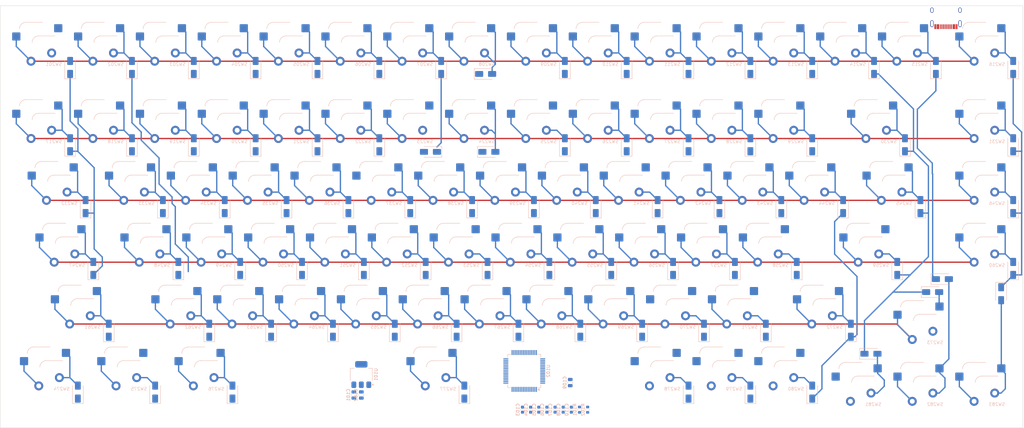
<source format=kicad_pcb>
(kicad_pcb (version 20240108) (generator "pcbnew") (generator_version "8.0")
  (title_block (title "x83") (date "2024-04-29") (rev "1") (company "Scott CJX"))
  (layers (0 "F.Cu" signal) (31 "B.Cu" signal) (34 "B.Paste" user) (35 "F.Paste" user) (36 "B.SilkS" user "B.Silkscreen") (37 "F.SilkS" user "F.Silkscreen") (38 "B.Mask" user) (39 "F.Mask" user) (44 "Edge.Cuts" user))
  (net 0 "")
  (net 1 "Net-(D201-A)")
  (net 2 "Net-(D202-A)")
  (net 3 "Net-(D203-A)")
  (net 4 "Net-(D204-A)")
  (net 5 "Net-(D205-A)")
  (net 6 "Net-(D206-A)")
  (net 7 "Net-(D207-A)")
  (net 8 "Net-(D208-A)")
  (net 9 "Net-(D209-A)")
  (net 10 "Net-(D210-A)")
  (net 11 "Net-(D211-A)")
  (net 12 "Net-(D212-A)")
  (net 13 "Net-(D213-A)")
  (net 14 "Net-(D214-A)")
  (net 15 "Net-(D215-A)")
  (net 16 "Net-(D216-A)")
  (net 17 "Net-(D217-A)")
  (net 18 "Net-(D218-A)")
  (net 19 "Net-(D219-A)")
  (net 20 "Net-(D220-A)")
  (net 21 "Net-(D221-A)")
  (net 22 "Net-(D222-A)")
  (net 23 "Net-(D223-A)")
  (net 24 "Net-(D224-A)")
  (net 25 "Net-(D225-A)")
  (net 26 "Net-(D226-A)")
  (net 27 "Net-(D227-A)")
  (net 28 "Net-(D228-A)")
  (net 29 "Net-(D229-A)")
  (net 30 "Net-(D230-A)")
  (net 31 "Net-(D231-A)")
  (net 32 "Net-(D232-A)")
  (net 33 "Net-(D233-A)")
  (net 34 "Net-(D234-A)")
  (net 35 "Net-(D235-A)")
  (net 36 "Net-(D236-A)")
  (net 37 "Net-(D237-A)")
  (net 38 "Net-(D238-A)")
  (net 39 "Net-(D239-A)")
  (net 40 "Net-(D240-A)")
  (net 41 "Net-(D241-A)")
  (net 42 "Net-(D242-A)")
  (net 43 "Net-(D243-A)")
  (net 44 "Net-(D244-A)")
  (net 45 "Net-(D245-A)")
  (net 46 "Net-(D246-A)")
  (net 47 "Net-(D247-A)")
  (net 48 "Net-(D248-A)")
  (net 49 "Net-(D249-A)")
  (net 50 "Net-(D250-A)")
  (net 51 "Net-(D251-A)")
  (net 52 "Net-(D252-A)")
  (net 53 "Net-(D253-A)")
  (net 54 "Net-(D254-A)")
  (net 55 "Net-(D255-A)")
  (net 56 "Net-(D256-A)")
  (net 57 "Net-(D257-A)")
  (net 58 "Net-(D258-A)")
  (net 59 "Net-(D259-A)")
  (net 60 "Net-(D260-A)")
  (net 61 "Net-(D261-A)")
  (net 62 "Net-(D262-A)")
  (net 63 "Net-(D263-A)")
  (net 64 "Net-(D264-A)")
  (net 65 "Net-(D265-A)")
  (net 66 "Net-(D266-A)")
  (net 67 "Net-(D267-A)")
  (net 68 "Net-(D268-A)")
  (net 69 "Net-(D269-A)")
  (net 70 "Net-(D270-A)")
  (net 71 "Net-(D271-A)")
  (net 72 "Net-(D272-A)")
  (net 73 "Net-(D273-A)")
  (net 74 "Net-(D274-A)")
  (net 75 "Net-(D275-A)")
  (net 76 "Net-(D276-A)")
  (net 77 "Net-(D277-A)")
  (net 78 "Net-(D278-A)")
  (net 79 "Net-(D279-A)")
  (net 80 "Net-(D280-A)")
  (net 81 "Net-(D281-A)")
  (net 82 "Net-(D282-A)")
  (net 83 "Net-(D283-A)")
  (net 84 "/C0")
  (net 85 "/R3")
  (net 86 "/R5")
  (net 87 "/C3")
  (net 88 "/C11")
  (net 89 "/C15")
  (net 90 "/C8")
  (net 91 "/C4")
  (net 92 "/C12")
  (net 93 "/R4")
  (net 94 "/R1")
  (net 95 "/C10")
  (net 96 "/C1")
  (net 97 "/C2")
  (net 98 "/R2")
  (net 99 "/C6")
  (net 100 "/C7")
  (net 101 "/C14")
  (net 102 "/C5")
  (net 103 "/R0")
  (net 104 "/C9")
  (net 105 "/C13")
  (net 106 "GND")
  (net 107 "VCC")
  (net 108 "+3V3")
  (net 109 "/~{NRST}")
  (net 110 "/BOOT0")
  (net 114 "/E3-B")
  (net 115 "/E2-B")
  (net 118 "/SWCLK")
  (net 123 "/E3-A")
  (net 128 "/E1-B")
  (net 132 "/E2-A")
  (net 134 "/E1-A")
  (net 136 "/USB_D+")
  (net 137 "/SWDIO")
  (net 138 "/USB_D-")
  (footprint "x83-kb-lib:SW_OPT_MX" (layer "F.Cu") (at 156.0625 117.9625)
    (property "Reference" "SW266")
    (property "Value" "~")
  )
  (footprint "x83-kb-lib:SW_OPT_MX" (layer "F.Cu") (at 113.2 60.8125)
    (property "Reference" "SW221")
    (property "Value" "~")
  )
  (footprint "x83-kb-lib:SW_OPT_MX" (layer "F.Cu") (at 56.05 37)
    (property "Reference" "SW202")
    (property "Value" "~")
  )
  (footprint "x83-kb-lib:SW_OPT_MX" (layer "F.Cu") (at 151.3 37)
    (property "Reference" "SW207")
    (property "Value" "~")
  )
  (footprint "x83-kb-lib:SW_OPT_MX" (layer "F.Cu") (at 303.7 37)
    (property "Reference" "SW215")
    (property "Value" "~")
  )
  (footprint "x83-kb-lib:SW_OPT_MX" (layer "F.Cu") (at 179.875 79.8625)
    (property "Reference" "SW239")
    (property "Value" "~")
  )
  (footprint "x83-kb-lib:SW_OPT_MX" (layer "F.Cu") (at 298.9375 79.8625)
    (property "Reference" "SW245")
    (property "Value" "~")
  )
  (footprint "x83-kb-lib:SW_OPT_MX" (layer "F.Cu") (at 222.7375 98.9125)
    (property "Reference" "SW256")
    (property "Value" "~")
  )
  (footprint "x83-kb-lib:SW_OPT_MX" (layer "F.Cu") (at 48.90625 117.9625)
    (property "Reference" "SW261")
    (property "Value" "~")
  )
  (footprint "x83-kb-lib:SW_OPT_MX" (layer "F.Cu") (at 122.725 79.8625)
    (property "Reference" "SW236")
    (property "Value" "~")
  )
  (footprint "x83-kb-lib:SW_OPT_MX" (layer "F.Cu") (at 308.4625 141.775)
    (property "Reference" "SW282")
    (property "Value" "~")
  )
  (footprint "x83-kb-lib:SW_OPT_MX" (layer "F.Cu") (at 151.3 60.8125)
    (property "Reference" "SW223")
    (property "Value" "~")
  )
  (footprint "x83-kb-lib:SW_OPT_MX" (layer "F.Cu") (at 277.50625 117.9625)
    (property "Reference" "SW272")
    (property "Value" "~")
  )
  (footprint "x83-kb-lib:SW_OPT_MX" (layer "F.Cu") (at 75.1 60.8125)
    (property "Reference" "SW219")
    (property "Value" "~")
  )
  (footprint "x83-kb-lib:SW_OPT_MX" (layer "F.Cu") (at 108.4375 98.9125)
    (property "Reference" "SW250")
    (property "Value" "~")
  )
  (footprint "x83-kb-lib:SW_OPT_MX" (layer "F.Cu") (at 37 37)
    (property "Reference" "SW201")
    (property "Value" "~")
  )
  (footprint "x83-kb-lib:SW_OPT_MX" (layer "F.Cu") (at 260.8375 98.9125)
    (property "Reference" "SW258")
    (property "Value" "~")
  )
  (footprint "x83-kb-lib:SW_OPT_MX" (layer "F.Cu") (at 237.025 79.8625)
    (property "Reference" "SW242")
    (property "Value" "~")
  )
  (footprint "x83-kb-lib:SW_OPT_MX" (layer "F.Cu") (at 137.0125 117.9625)
    (property "Reference" "SW265")
    (property "Value" "~")
  )
  (footprint "x83-kb-lib:SW_OPT_MX" (layer "F.Cu") (at 175.1125 117.9625)
    (property "Reference" "SW267")
    (property "Value" "~")
  )
  (footprint "x83-kb-lib:SW_OPT_MX" (layer "F.Cu") (at 160.825 79.8625)
    (property "Reference" "SW238")
    (property "Value" "~")
  )
  (footprint "x83-kb-lib:SW_OPT_MX" (layer "F.Cu") (at 217.975 79.8625)
    (property "Reference" "SW241")
    (property "Value" "~")
  )
  (footprint "x83-kb-lib:SW_OPT_MX" (layer "F.Cu") (at 87.00625 137.0125)
    (property "Reference" "SW276")
    (property "Value" "~")
  )
  (footprint "x83-kb-lib:SW_OPT_MX" (layer "F.Cu") (at 208.45 37)
    (property "Reference" "SW210")
    (property "Value" "~")
  )
  (footprint "x83-kb-lib:SW_OPT_MX" (layer "F.Cu") (at 241.7875 98.9125)
    (property "Reference" "SW257")
    (property "Value" "~")
  )
  (footprint "x83-kb-lib:SW_OPT_MX" (layer "F.Cu") (at 84.625 79.8625)
    (property "Reference" "SW234")
    (property "Value" "~")
  )
  (footprint "x83-kb-lib:SW_OPT_MX" (layer "F.Cu") (at 291.79375 98.9125)
    (property "Reference" "SW259")
    (property "Value" "~")
  )
  (footprint "x83-kb-lib:SW_OPT_MX" (layer "F.Cu") (at 265.6 37)
    (property "Reference" "SW213")
    (property "Value" "~")
  )
  (footprint "NVF-Kicad:USBC_HRO_TYPE-C-31-M-12" (layer "F.Cu") (at 316.3 27.4 180)
    (property "Reference" "REF**" (hide yes))
    (property "Value" "USBC_Receptacle_HRO_TYPE-C-31-M-12" (hide yes))
  )
  (footprint "x83-kb-lib:SW_OPT_MX" (layer "F.Cu") (at 208.45 60.8125)
    (property "Reference" "SW226")
    (property "Value" "~")
  )
  (footprint "x83-kb-lib:SW_OPT_MX" (layer "F.Cu") (at 103.675 79.8625)
    (property "Reference" "SW235")
    (property "Value" "~")
  )
  (footprint "x83-kb-lib:SW_OPT_MX" (layer "F.Cu") (at 170.35 37)
    (property "Reference" "SW208")
    (property "Value" "~")
  )
  (footprint "x83-kb-lib:SW_OPT_MX" (layer "F.Cu") (at 213.2125 117.9625)
    (property "Reference" "SW269")
    (property "Value" "~")
  )
  (footprint "x83-kb-lib:SW_OPT_MX" (layer "F.Cu") (at 251.3125 117.9625)
    (property "Reference" "SW271")
    (property "Value" "~")
  )
  (footprint "x83-kb-lib:SW_OPT_MX" (layer "F.Cu") (at 117.9625 117.9625)
    (property "Reference" "SW264")
    (property "Value" "~")
  )
  (footprint "x83-kb-lib:SW_OPT_MX" (layer "F.Cu") (at 37 60.8125)
    (property "Reference" "SW217")
    (property "Value" "~")
  )
  (footprint "x83-kb-lib:SW_OPT_MX" (layer "F.Cu") (at 327.5125 141.775)
    (property "Reference" "SW283")
    (property "Value" "~")
  )
  (footprint "x83-kb-lib:SW_OPT_MX" (layer "F.Cu") (at 113.2 37)
    (property "Reference" "SW205")
    (property "Value" "~")
  )
  (footprint "x83-kb-lib:SW_OPT_MX" (layer "F.Cu") (at 132.25 60.8125)
    (property "Reference" "SW222")
    (property "Value" "~")
  )
  (footprint "x83-kb-lib:SW_OPT_MX" (layer "F.Cu") (at 327.5125 79.8625)
    (property "Reference" "SW246")
    (property "Value" "~")
  )
  (footprint "x83-kb-lib:SW_OPT_MX" (layer "F.Cu") (at 141.775 79.8625)
    (property "Reference" "SW237")
    (property "Value" "~")
  )
  (footprint "x83-kb-lib:SW_OPT_MX" (layer "F.Cu") (at 189.4 37)
    (property "Reference" "SW209")
    (property "Value" "~")
  )
  (footprint "x83-kb-lib:SW_OPT_MX" (layer "F.Cu") (at 284.65 37)
    (property "Reference" "SW214")
    (property "Value" "~")
  )
  (footprint "x83-kb-lib:SW_OPT_MX" (layer "F.Cu") (at 39.38125 137.0125)
    (property "Reference" "SW274")
    (property "Value" "~")
  )
  (footprint "x83-kb-lib:SW_OPT_MX" (layer "F.Cu") (at 246.55 37)
    (property "Reference" "SW212")
    (property "Value" "~")
  )
  (footprint "x83-kb-lib:SW_OPT_MX" (layer "F.Cu") (at 132.25 37)
    (property "Reference" "SW206")
    (property "Value" "~")
  )
  (footprint "x83-kb-lib:SW_OPT_MX" (layer "F.Cu") (at 170.35 60.8125)
    (property "Reference" "SW224")
    (property "Value" "~")
  )
  (footprint "x83-kb-lib:SW_OPT_MX" (layer "F.Cu") (at 289.4125 141.775)
    (property "Reference" "SW281")
    (property "Value" "~")
  )
  (footprint "x83-kb-lib:SW_OPT_MX" (layer "F.Cu") (at 327.5125 98.9125)
    (property "Reference" "SW260")
    (property "Value" "~")
  )
  (footprint "x83-kb-lib:SW_OPT_MX" (layer "F.Cu") (at 146.5375 98.9125)
    (property "Reference" "SW252")
    (property "Value" "~")
  )
  (footprint "x83-kb-lib:SW_OPT_MX" (layer "F.Cu") (at 94.15 60.8125)
    (property "Reference" "SW220")
    (property "Value" "~")
  )
  (footprint "x83-kb-lib:SW_OPT_MX" (layer "F.Cu") (at 98.9125 117.9625)
    (property "Reference" "SW263")
    (property "Value" "~")
  )
  (footprint "x83-kb-lib:SW_OPT_MX" (layer "F.Cu") (at 158.44375 137.0125)
    (property "Reference" "SW277")
    (property "Value" "~")
  )
  (footprint "x83-kb-lib:SW_OPT_MX" (layer "F.Cu") (at 189.4 60.8125)
    (property "Reference" "SW225")
    (property "Value" "~")
  )
  (footprint "x83-kb-lib:SW_OPT_MX" (layer "F.Cu") (at 232.2625 117.9625)
    (property "Reference" "SW270")
    (property "Value" "~")
  )
  (footprint "x83-kb-lib:SW_OPT_MX" (layer "F.Cu") (at 265.6 60.8125)
    (property "Reference" "SW229")
    (property "Value" "~")
  )
  (footprint "x83-kb-lib:SW_OPT_MX" (layer "F.Cu") (at 256.075 79.8625)
    (property "Reference" "SW243")
    (property "Value" "~")
  )
  (footprint "x83-kb-lib:SW_OPT_MX" (layer "F.Cu") (at 265.6 137.0125)
    (property "Reference" "SW280")
    (property "Value" "~")
  )
  (footprint "x83-kb-lib:SW_OPT_MX" (layer "F.Cu") (at 198.925 79.8625)
    (property "Reference" "SW240")
    (property "Value" "~")
  )
  (footprint "x83-kb-lib:SW_OPT_MX" (layer "F.Cu") (at 246.55 137.0125)
    (property "Reference" "SW279")
    (property "Value" "~")
  )
  (footprint "x83-kb-lib:SW_OPT_MX" (layer "F.Cu") (at 94.15 37)
    (property "Reference" "SW204")
    (property "Value" "~")
  )
  (footprint "x83-kb-lib:SW_OPT_MX" (layer "F.Cu") (at 79.8625 117.9625)
    (property "Reference" "SW262")
    (property "Value" "~")
  )
  (footprint "x83-kb-lib:SW_OPT_MX" (layer "F.Cu") (at 327.5125 60.8125)
    (property "Reference" "SW231")
    (property "Value" "~")
  )
  (footprint "x83-kb-lib:SW_OPT_MX" (layer "F.Cu") (at 127.4875 98.9125)
    (property "Reference" "SW251")
    (property "Value" "~")
  )
  (footprint "x83-kb-lib:SW_OPT_MX" (layer "F.Cu") (at 227.5 37)
    (property "Reference" "SW211")
    (property "Value" "~")
  )
  (footprint "x83-kb-lib:SW_OPT_MX" (layer "F.Cu") (at 327.5125 37)
    (property "Reference" "SW216")
    (property "Value" "~")
  )
  (footprint "x83-kb-lib:SW_OPT_MX" (layer "F.Cu") (at 184.6375 98.9125)
    (property "Reference" "SW254")
    (property "Value" "~")
  )
  (footprint "x83-kb-lib:SW_OPT_MX" (layer "F.Cu") (at 227.5 137.0125)
    (property "Reference" "SW278")
    (property "Value" "~")
  )
  (footprint "x83-kb-lib:SW_OPT_MX" (layer "F.Cu") (at 308.4625 122.725)
    (property "Reference" "SW273")
    (property "Value" "~")
  )
  (footprint "x83-kb-lib:SW_OPT_MX" (layer "F.Cu") (at 56.05 60.8125)
    (property "Reference" "SW218")
    (property "Value" "~")
  )
  (footprint "x83-kb-lib:SW_OPT_MX" (layer "F.Cu") (at 294.175 60.8125)
    (property "Reference" "SW230")
    (property "Value" "~")
  )
  (footprint "x83-kb-lib:SW_OPT_MX" (layer "F.Cu") (at 227.5 60.8125)
    (property "Reference" "SW227")
    (property "Value" "~")
  )
  (footprint "x83-kb-lib:SW_OPT_MX" (layer "F.Cu") (at 275.125 79.8625)
    (property "Reference" "SW244")
    (property "Value" "~")
  )
  (footprint "x83-kb-lib:SW_OPT_MX" (layer "F.Cu") (at 63.19375 137.0125)
    (property "Reference" "SW275")
    (property "Value" "~")
  )
  (footprint "x83-kb-lib:SW_OPT_MX" (layer "F.Cu") (at 203.6875 98.9125)
    (property "Reference" "SW255")
    (property "Value" "~")
  )
  (footprint "x83-kb-lib:SW_OPT_MX" (layer "F.Cu") (at 70.3375 98.9125)
    (property "Reference" "SW248")
    (property "Value" "~")
  )
  (footprint "x83-kb-lib:SW_OPT_MX" (layer "F.Cu") (at 246.55 60.8125)
    (property "Reference" "SW228")
    (property "Value" "~")
  )
  (footprint "x83-kb-lib:SW_OPT_MX" (layer "F.Cu") (at 75.1 37)
    (property "Reference" "SW203")
    (property "Value" "~")
  )
  (footprint "x83-kb-lib:SW_OPT_MX" (layer "F.Cu") (at 65.575 79.8625)
    (property "Reference" "SW233")
    (property "Value" "~")
  )
  (footprint "x83-kb-lib:SW_OPT_MX" (layer "F.Cu") (at 194.1625 117.9625)
    (property "Reference" "SW268")
    (property "Value" "~")
  )
  (footprint "x83-kb-lib:SW_OPT_MX" (layer "F.Cu") (at 41.7625 79.8625)
    (property "Reference" "SW232")
    (property "Value" "~")
  )
  (footprint "x83-kb-lib:SW_OPT_MX" (layer "F.Cu") (at 165.5875 98.9125)
    (property "Reference" "SW253")
    (property "Value" "~")
  )
  (footprint "x83-kb-lib:SW_OPT_MX" (layer "F.Cu") (at 89.3875 98.9125)
    (property "Reference" "SW249")
    (property "Value" "~")
  )
  (footprint "x83-kb-lib:SW_OPT_MX" (layer "F.Cu") (at 44.14375 98.9125)
    (property "Reference" "SW247")
    (property "Value" "~")
  )
  (footprint "Diode_SMD:D_SMA" (layer "B.Cu") (at 256.05 67.8125 90)
    (property "Reference" "D228" (hide yes))
    (property "Value" "D")
  )
  (footprint "Capacitor_SMD:C_0603_1608Metric" (layer "B.Cu") (at 188.35 149.425 -90)
    (property "Reference" "C104")
    (property "Value" "100n")
  )
  (footprint "Diode_SMD:D_SMA" (layer "B.Cu") (at 46.5 44 90)
    (property "Reference" "D201" (hide yes))
    (property "Value" "D")
  )
  (footprint "Diode_SMD:D_SMA" (layer "B.Cu") (at 275.1 67.8125 90)
    (property "Reference" "D229" (hide yes))
    (property "Value" "D")
  )
  (footprint "Diode_SMD:D_SMA" (layer "B.Cu") (at 89.3625 124.9625 90)
    (property "Reference" "D262" (hide yes))
    (property "Value" "D")
  )
  (footprint "Diode_SMD:D_SMA" (layer "B.Cu") (at 151.275 86.8625 90)
    (property "Reference" "D237" (hide yes))
    (property "Value" "D")
  )
  (footprint "Capacitor_SMD:C_0603_1608Metric" (layer "B.Cu") (at 185.84 149.425 -90)
    (property "Reference" "C103")
    (property "Value" "100n")
  )
  (footprint "Diode_SMD:D_SMA" (layer "B.Cu") (at 160.8 44 90)
    (property "Reference" "D207" (hide yes))
    (property "Value" "D")
  )
  (footprint "Diode_SMD:D_SMA" (layer "B.Cu") (at 94.125 86.8625 90)
    (property "Reference" "D234" (hide yes))
    (property "Value" "D")
  )
  (footprint "Diode_SMD:D_SMA" (layer "B.Cu") (at 113.175 86.8625 90)
    (property "Reference" "D235" (hide yes))
    (property "Value" "D")
  )
  (footprint "Resistor_SMD:R_0603_1608Metric" (layer "B.Cu") (at 203.41 149.425 -90)
    (property "Reference" "R101")
    (property "Value" "10K")
  )
  (footprint "Diode_SMD:D_SMA" (layer "B.Cu") (at 337.0125 44 90)
    (property "Reference" "D216" (hide yes))
    (property "Value" "D")
  )
  (footprint "Capacitor_SMD:C_0603_1608Metric" (layer "B.Cu") (at 195.88 149.425 -90)
    (property "Reference" "C107")
    (property "Value" "100n")
  )
  (footprint "Diode_SMD:D_SMA" (layer "B.Cu") (at 53.64375 105.9125 90)
    (property "Reference" "D247" (hide yes))
    (property "Value" "D")
  )
  (footprint "Capacitor_SMD:C_0603_1608Metric" (layer "B.Cu") (at 190.86 149.425 -90)
    (property "Reference" "C105")
    (property "Value" "100n")
  )
  (footprint "Diode_SMD:D_SMA" (layer "B.Cu") (at 174.5 46)
    (property "Reference" "D208" (hide yes))
    (property "Value" "D")
  )
  (footprint "Diode_SMD:D_SMA" (layer "B.Cu") (at 217.95 44 90)
    (property "Reference" "D210" (hide yes))
    (property "Value" "D")
  )
  (footprint "Diode_SMD:D_SMA" (layer "B.Cu") (at 333.3 113.7 -90)
    (property "Reference" "D283" (hide yes))
    (property "Value" "D")
  )
  (footprint "Diode_SMD:D_SMA" (layer "B.Cu") (at 194.1375 105.9125 90)
    (property "Reference" "D254" (hide yes))
    (property "Value" "D")
  )
  (footprint "Diode_SMD:D_SMA" (layer "B.Cu") (at 227.475 86.8625 90)
    (property "Reference" "D241" (hide yes))
    (property "Value" "D")
  )
  (footprint "Diode_SMD:D_SMA" (layer "B.Cu") (at 165.5625 124.9625 90)
    (property "Reference" "D266" (hide yes))
    (property "Value" "D")
  )
  (footprint "Diode_SMD:D_SMA" (layer "B.Cu") (at 146.5125 124.9625 90)
    (property "Reference" "D265" (hide yes))
    (property "Value" "D")
  )
  (footprint "Diode_SMD:D_SMA" (layer "B.Cu") (at 208.425 86.8625 90)
    (property "Reference" "D240" (hide yes))
    (property "Value" "D")
  )
  (footprint "Diode_SMD:D_SMA" (layer "B.Cu") (at 48.88125 144.0125 90)
    (property "Reference" "D274" (hide yes))
    (property "Value" "D")
  )
  (footprint "Diode_SMD:D_SMA" (layer "B.Cu") (at 51.2625 86.8625 90)
    (property "Reference" "D232" (hide yes))
    (property "Value" "D")
  )
  (footprint "Diode_SMD:D_SMA" (layer "B.Cu") (at 170.325 86.8625 90)
    (property "Reference" "D238" (hide yes))
    (property "Value" "D")
  )
  (footprint "Capacitor_SMD:C_0805_2012Metric" (layer "B.Cu") (at 136.2 144.9 -90)
    (property "Reference" "C102")
    (property "Value" "2u2")
  )
  (footprint "Diode_SMD:D_SMA" (layer "B.Cu") (at 167.94375 144.0125 90)
    (property "Reference" "D277" (hide yes))
    (property "Value" "D")
  )
  (footprint "Diode_SMD:D_SMA" (layer "B.Cu") (at 157.499999 70 180)
    (property "Reference" "D223" (hide yes))
    (property "Value" "D")
  )
  (footprint "Diode_SMD:D_SMA" (layer "B.Cu") (at 222.7125 124.9625 90)
    (property "Reference" "D269" (hide yes))
    (property "Value" "D")
  )
  (footprint "Diode_SMD:D_SMA" (layer "B.Cu") (at 84.6 44 90)
    (property "Reference" "D203" (hide yes))
    (property "Value" "D")
  )
  (footprint "Diode_SMD:D_SMA" (layer "B.Cu") (at 156.0375 105.9125 90)
    (property "Reference" "D252" (hide yes))
    (property "Value" "D")
  )
  (footprint "Diode_SMD:D_SMA" (layer "B.Cu") (at 175.5 70)
    (property "Reference" "D224" (hide yes))
    (property "Value" "D")
  )
  (footprint "Diode_SMD:D_SMA" (layer "B.Cu") (at 203.6625 124.9625 90)
    (property "Reference" "D268" (hide yes))
    (property "Value" "D")
  )
  (footprint "Diode_SMD:D_SMA" (layer "B.Cu") (at 337.0125 67.8125 90)
    (property "Reference" "D231" (hide yes))
    (property "Value" "D")
  )
  (footprint "Diode_SMD:D_SMA" (layer "B.Cu") (at 275.1 44 90)
    (property "Reference" "D213" (hide yes))
    (property "Value" "D")
  )
  (footprint "Diode_SMD:D_SMA" (layer "B.Cu") (at 294.15 44 90)
    (property "Reference" "D214" (hide yes))
    (property "Value" "D")
  )
  (footprint "Capacitor_SMD:C_0805_2012Metric" (layer "B.Cu") (at 200.56 141.075 -90)
    (property "Reference" "C109")
    (property "Value" "2u2")
  )
  (footprint "Diode_SMD:D_SMA" (layer "B.Cu") (at 217.95 67.8125 90)
    (property "Reference" "D226" (hide yes))
    (property "Value" "D")
  )
  (footprint "Diode_SMD:D_SMA" (layer "B.Cu") (at 260.8125 124.9625 90)
    (property "Reference" "D271" (hide yes))
    (property "Value" "D")
  )
  (footprint "Diode_SMD:D_SMA" (layer "B.Cu") (at 98.8875 105.9125 90)
    (property "Reference" "D249" (hide yes))
    (property "Value" "D")
  )
  (footprint "Diode_SMD:D_SMA" (layer "B.Cu") (at 256.05 144.0125 90)
    (property "Reference" "D279" (hide yes))
    (property "Value" "D")
  )
  (footprint "Diode_SMD:D_SMA" (layer "B.Cu") (at 213.1875 105.9125 90)
    (property "Reference" "D255" (hide yes))
    (property "Value" "D")
  )
  (footprint "Diode_SMD:D_SMA" (layer "B.Cu") (at 270.3375 105.9125 90)
    (property "Reference" "D258" (hide yes))
    (property "Value" "D")
  )
  (footprint "Diode_SMD:D_SMA" (layer "B.Cu") (at 312.2 113.2)
    (property "Reference" "D273" (hide yes))
    (property "Value" "D")
  )
  (footprint "Diode_SMD:D_SMA" (layer "B.Cu") (at 284.625 86.8625 90)
    (property "Reference" "D244" (hide yes))
    (property "Value" "D")
  )
  (footprint "Diode_SMD:D_SMA" (layer "B.Cu") (at 251.2875 105.9125 90)
    (property "Reference" "D257" (hide yes))
    (property "Value" "D")
  )
  (footprint "Resistor_SMD:R_0603_1608Metric" (layer "B.Cu") (at 205.92 149.425 -90)
    (property "Reference" "R102")
    (property "Value" "10K")
  )
  (footprint "Diode_SMD:D_SMA" (layer "B.Cu") (at 136.9875 105.9125 90)
    (property "Reference" "D251" (hide yes))
    (property "Value" "D")
  )
  (footprint "Capacitor_SMD:C_0805_2012Metric" (layer "B.Cu") (at 133.9 144.9 -90)
    (property "Reference" "C101")
    (property "Value" "2u2")
  )
  (footprint "Diode_SMD:D_SMA" (layer "B.Cu") (at 237 67.8125 90)
    (property "Reference" "D227" (hide yes))
    (property "Value" "D")
  )
  (footprint "Diode_SMD:D_SMA" (layer "B.Cu") (at 241.7625 124.9625 90)
    (property "Reference" "D270" (hide yes))
    (property "Value" "D")
  )
  (footprint "Diode_SMD:D_SMA" (layer "B.Cu") (at 46.5 67.8125 90)
    (property "Reference" "D217" (hide yes))
    (property "Value" "D")
  )
  (footprint "Diode_SMD:D_SMA" (layer "B.Cu") (at 293.2 132.2)
    (property "Reference" "D281" (hide yes))
    (property "Value" "D")
  )
  (footprint "Diode_SMD:D_SMA" (layer "B.Cu") (at 141.75 44 90)
    (property "Reference" "D206" (hide yes))
    (property "Value" "D")
  )
  (footprint "Capacitor_SMD:C_0603_1608Metric" (layer "B.Cu") (at 198.39 149.425 -90)
    (property "Reference" "C108")
    (property "Value" "100n")
  )
  (footprint "Diode_SMD:D_SMA" (layer "B.Cu") (at 79.8375 105.9125 90)
    (property "Reference" "D248" (hide yes))
    (property "Value" "D")
  )
  (footprint "Diode_SMD:D_SMA" (layer "B.Cu") (at 237 44 90)
    (property "Reference" "D211" (hide yes))
    (property "Value" "D")
  )
  (footprint "Diode_SMD:D_SMA" (layer "B.Cu") (at 198.9 67.8125 90)
    (property "Reference" "D225" (hide yes))
    (property "Value" "D")
  )
  (footprint "Diode_SMD:D_SMA" (layer "B.Cu") (at 141.75 67.8125 90)
    (property "Reference" "D222" (hide yes))
    (property "Value" "D")
  )
  (footprint "Diode_SMD:D_SMA" (layer "B.Cu") (at 303.675 67.8125 90)
    (property "Reference" "D230" (hide yes))
    (property "Value" "D")
  )
  (footprint "Diode_SMD:D_SMA" (layer "B.Cu") (at 175.0875 105.9125 90)
    (property "Reference" "D253" (hide yes))
    (property "Value" "D")
  )
  (footprint "Diode_SMD:D_SMA" (layer "B.Cu") (at 65.55 44 90)
    (property "Reference" "D202" (hide yes))
    (property "Value" "D")
  )
  (footprint "Capacitor_SMD:C_0603_1608Metric" (layer "B.Cu") (at 200.9 149.425 -90)
    (property "Reference" "C110")
    (property "Value" "100n")
  )
  (footprint "Diode_SMD:D_SMA" (layer "B.Cu") (at 84.6 67.8125 90)
    (property "Reference" "D219" (hide yes))
    (property "Value" "D")
  )
  (footprint "Diode_SMD:D_SMA" (layer "B.Cu") (at 337.0125 86.8625 90)
    (property "Reference" "D246" (hide yes))
    (property "Value" "D")
  )
  (footprint "Diode_SMD:D_SMA" (layer "B.Cu") (at 237 144.0125 90)
    (property "Reference" "D278" (hide yes))
    (property "Value" "D")
  )
  (footprint "Diode_SMD:D_SMA" (layer "B.Cu") (at 117.9375 105.9125 90)
    (property "Reference" "D250" (hide yes))
    (property "Value" "D")
  )
  (footprint "Package_TO_SOT_SMD:SOT-223-3_TabPin2" (layer "B.Cu") (at 136.2 138.6 90)
    (property "Reference" "U101")
    (property "Value" "AMS1117-3.3")
  )
  (footprint "Diode_SMD:D_SMA" (layer "B.Cu") (at 287.00625 124.9625 90)
    (property "Reference" "D272" (hide yes))
    (property "Value" "D")
  )
  (footprint "Diode_SMD:D_SMA" (layer "B.Cu") (at 127.4625 124.9625 90)
    (property "Reference" "D264" (hide yes))
    (property "Value" "D")
  )
  (footprint "Diode_SMD:D_SMA" (layer "B.Cu") (at 103.65 44 90)
    (property "Reference" "D204" (hide yes))
    (property "Value" "D")
  )
  (footprint "Diode_SMD:D_SMA" (layer "B.Cu") (at 198.9 44 90)
    (property "Reference" "D209" (hide yes))
    (property "Value" "D")
  )
  (footprint "Diode_SMD:D_SMA" (layer "B.Cu") (at 132.225 86.8625 90)
    (property "Reference" "D236" (hide yes))
    (property "Value" "D")
  )
  (footprint "Diode_SMD:D_SMA" (layer "B.Cu") (at 337.0125 105.9125 90)
    (property "Reference" "D260" (hide yes))
    (property "Value" "D")
  )
  (footprint "Diode_SMD:D_SMA" (layer "B.Cu") (at 96.50625 144.0125 90)
    (property "Reference" "D276" (hide yes))
    (property "Value" "D")
  )
  (footprint "Diode_SMD:D_SMA" (layer "B.Cu") (at 75.075 86.8625 90)
    (property "Reference" "D233" (hide yes))
    (property "Value" "D")
  )
  (footprint "Diode_SMD:D_SMA" (layer "B.Cu") (at 65.55 67.8125 90)
    (property "Reference" "D218" (hide yes))
    (property "Value" "D")
  )
  (footprint "Diode_SMD:D_SMA" (layer "B.Cu") (at 308.4375 86.8625 90)
    (property "Reference" "D245" (hide yes))
    (property "Value" "D")
  )
  (footprint "Diode_SMD:D_SMA" (layer "B.Cu") (at 58.40625 124.9625 90)
    (property "Reference" "D261" (hide yes))
    (property "Value" "D")
  )
  (footprint "Diode_SMD:D_SMA" (layer "B.Cu") (at 315.2 109.2)
    (property "Reference" "D282" (hide yes))
    (property "Value" "D")
  )
  (footprint "Diode_SMD:D_SMA" (layer "B.Cu") (at 103.65 67.8125 90)
    (property "Reference" "D220" (hide yes))
    (property "Value" "D")
  )
  (footprint "Diode_SMD:D_SMA" (layer "B.Cu") (at 184.6125 124.9625 90)
    (property "Reference" "D267" (hide yes))
    (property "Value" "D")
  )
  (footprint "Diode_SMD:D_SMA" (layer "B.Cu") (at 265.575 86.8625 90)
    (property "Reference" "D243" (hide yes))
    (property "Value" "D")
  )
  (footprint "Diode_SMD:D_SMA" (layer "B.Cu") (at 122.7 44 90)
    (property "Reference" "D205" (hide yes))
    (property "Value" "D")
  )
  (footprint "Diode_SMD:D_SMA" (layer "B.Cu") (at 246.525 86.8625 90)
    (property "Reference" "D242" (hide yes))
    (property "Value" "D")
  )
  (footprint "Diode_SMD:D_SMA" (layer "B.Cu") (at 108.4125 124.9625 90)
    (property "Reference" "D263" (hide yes))
    (property "Value" "D")
  )
  (footprint "Diode_SMD:D_SMA" (layer "B.Cu") (at 301.29375 105.9125 90)
    (property "Reference" "D259" (hide yes))
    (property "Value" "D")
  )
  (footprint "Diode_SMD:D_SMA" (layer "B.Cu") (at 189.375 86.8625 90)
    (property "Reference" "D239" (hide yes))
    (property "Value" "D")
  )
  (footprint "Diode_SMD:D_SMA" (layer "B.Cu") (at 275.1 144.0125 90)
    (property "Reference" "D280" (hide yes))
    (property "Value" "D")
  )
  (footprint "Diode_SMD:D_SMA" (layer "B.Cu") (at 256.05 44 90)
    (property "Reference" "D212" (hide yes))
    (property "Value" "D")
  )
  (footprint "Capacitor_SMD:C_0603_1608Metric" (layer "B.Cu") (at 193.37 149.425 -90)
    (property "Reference" "C106")
    (property "Value" "100n")
  )
  (footprint "Diode_SMD:D_SMA" (layer "B.Cu") (at 313.2 44 90)
    (property "Reference" "D215" (hide yes))
    (property "Value" "D")
  )
  (footprint "Diode_SMD:D_SMA" (layer "B.Cu") (at 232.2375 105.9125 90)
    (property "Reference" "D256" (hide yes))
    (property "Value" "D")
  )
  (footprint "Package_QFP:LQFP-64_10x10mm_P0.5mm" (layer "B.Cu") (at 186.4 137.5 90)
    (property "Reference" "U102")
    (property "Value" "STM32F072RBTx")
  )
  (footprint "Diode_SMD:D_SMA" (layer "B.Cu") (at 72.69375 144.0125 90)
    (property "Reference" "D275" (hide yes))
    (property "Value" "D")
  )
  (footprint "Diode_SMD:D_SMA" (layer "B.Cu") (at 122.7 67.8125 90)
    (property "Reference" "D221" (hide yes))
    (property "Value" "D")
  )
  (gr_rect (start 25 25) (end 340 155) (stroke (width 0.1)) (fill none) (layer "Edge.Cuts"))
  (segment (start 63.09 33.118) (end 63.09 39.54) (width 0.4) (layer "B.Cu") (net 2))
  (segment (start 59.86 39.54) (end 63.09 39.54) (width 0.4) (layer "B.Cu") (net 2))
  (segment (start 61.892 31.92) (end 63.09 33.118) (width 0.4) (layer "B.Cu") (net 2))
  (segment (start 63.09 39.54) (end 65.55 42) (width 0.4) (layer "B.Cu") (net 2))
  (segment (start 82.14 39.54) (end 84.6 42) (width 0.4) (layer "B.Cu") (net 3))
  (segment (start 82.14 33.118) (end 82.14 39.54) (width 0.4) (layer "B.Cu") (net 3))
  (segment (start 80.942 31.92) (end 82.14 33.118) (width 0.4) (layer "B.Cu") (net 3))
  (segment (start 78.91 39.54) (end 82.14 39.54) (width 0.4) (layer "B.Cu") (net 3))
  (segment (start 99.992 31.92) (end 101.19 33.118) (width 0.4) (layer "B.Cu") (net 4))
  (segment (start 101.19 39.54) (end 103.65 42) (width 0.4) (layer "B.Cu") (net 4))
  (segment (start 101.19 33.118) (end 101.19 39.54) (width 0.4) (layer "B.Cu") (net 4))
  (segment (start 97.96 39.54) (end 101.19 39.54) (width 0.4) (layer "B.Cu") (net 4))
  (segment (start 120.24 39.54) (end 122.7 42) (width 0.4) (layer "B.Cu") (net 5))
  (segment (start 120.24 33.118) (end 120.24 39.54) (width 0.4) (layer "B.Cu") (net 5))
  (segment (start 117.01 39.54) (end 120.24 39.54) (width 0.4) (layer "B.Cu") (net 5))
  (segment (start 119.042 31.92) (end 120.24 33.118) (width 0.4) (layer "B.Cu") (net 5))
  (segment (start 138.092 31.92) (end 139.29 33.118) (width 0.4) (layer "B.Cu") (net 6))
  (segment (start 139.29 39.54) (end 141.75 42) (width 0.4) (layer "B.Cu") (net 6))
  (segment (start 139.29 33.118) (end 139.29 39.54) (width 0.4) (layer "B.Cu") (net 6))
  (segment (start 136.06 39.54) (end 139.29 39.54) (width 0.4) (layer "B.Cu") (net 6))
  (segment (start 158.34 39.54) (end 160.8 42) (width 0.4) (layer "B.Cu") (net 7))
  (segment (start 157.142 31.92) (end 158.34 33.118) (width 0.4) (layer "B.Cu") (net 7))
  (segment (start 155.11 39.54) (end 158.34 39.54) (width 0.4) (layer "B.Cu") (net 7))
  (segment (start 158.34 33.118) (end 158.34 39.54) (width 0.4) (layer "B.Cu") (net 7))
  (segment (start 177.5 33.228) (end 177.5 43) (width 0.4) (layer "B.Cu") (net 8))
  (segment (start 177.5 43) (end 176.500001 43.999999) (width 0.4) (layer "B.Cu") (net 8))
  (segment (start 174.16 39.54) (end 177.5 42.88) (width 0.4) (layer "B.Cu") (net 8))
  (segment (start 177.5 42.88) (end 177.5 43) (width 0.4) (layer "B.Cu") (net 8))
  (segment (start 176.192 31.92) (end 177.5 33.228) (width 0.4) (layer "B.Cu") (net 8))
  (segment (start 176.500001 43.999999) (end 176.500001 46) (width 0.4) (layer "B.Cu") (net 8))
  (segment (start 196.44 39.54) (end 198.9 42) (width 0.4) (layer "B.Cu") (net 9))
  (segment (start 193.21 39.54) (end 196.44 39.54) (width 0.4) (layer "B.Cu") (net 9))
  (segment (start 196.44 33.118) (end 196.44 39.54) (width 0.4) (layer "B.Cu") (net 9))
  (segment (start 195.242 31.92) (end 196.44 33.118) (width 0.4) (layer "B.Cu") (net 9))
  (segment (start 215.49 33.118) (end 215.49 39.54) (width 0.4) (layer "B.Cu") (net 10))
  (segment (start 215.49 39.54) (end 217.95 42) (width 0.4) (layer "B.Cu") (net 10))
  (segment (start 212.26 39.54) (end 215.49 39.54) (width 0.4) (layer "B.Cu") (net 10))
  (segment (start 214.292 31.92) (end 215.49 33.118) (width 0.4) (layer "B.Cu") (net 10))
  (segment (start 231.31 39.54) (end 234.54 39.54) (width 0.4) (layer "B.Cu") (net 11))
  (segment (start 234.54 39.54) (end 237 42) (width 0.4) (layer "B.Cu") (net 11))
  (segment (start 234.54 33.118) (end 234.54 39.54) (width 0.4) (layer "B.Cu") (net 11))
  (segment (start 233.342 31.92) (end 234.54 33.118) (width 0.4) (layer "B.Cu") (net 11))
  (segment (start 253.59 39.54) (end 256.05 42) (width 0.4) (layer "B.Cu") (net 12))
  (segment (start 252.392 31.92) (end 253.59 33.118) (width 0.4) (layer "B.Cu") (net 12))
  (segment (start 250.36 39.54) (end 253.59 39.54) (width 0.4) (layer "B.Cu") (net 12))
  (segment (start 253.59 33.118) (end 253.59 39.54) (width 0.4) (layer "B.Cu") (net 12))
  (segment (start 272.64 39.54) (end 275.1 42) (width 0.4) (layer "B.Cu") (net 13))
  (segment (start 271.442 31.92) (end 272.64 33.118) (width 0.4) (layer "B.Cu") (net 13))
  (segment (start 272.64 33.118) (end 272.64 39.54) (width 0.4) (layer "B.Cu") (net 13))
  (segment (start 269.41 39.54) (end 272.64 39.54) (width 0.4) (layer "B.Cu") (net 13))
  (segment (start 291.69 39.54) (end 294.15 42) (width 0.4) (layer "B.Cu") (net 14))
  (segment (start 291.69 33.118) (end 291.69 39.54) (width 0.4) (layer "B.Cu") (net 14))
  (segment (start 288.46 39.54) (end 291.69 39.54) (width 0.4) (layer "B.Cu") (net 14))
  (segment (start 290.492 31.92) (end 291.69 33.118) (width 0.4) (layer "B.Cu") (net 14))
  (segment (start 310.74 39.54) (end 313.2 42) (width 0.4) (layer "B.Cu") (net 15))
  (segment (start 307.51 39.54) (end 310.74 39.54) (width 0.4) (layer "B.Cu") (net 15))
  (segment (start 310.74 33.118) (end 310.74 39.54) (width 0.4) (layer "B.Cu") (net 15))
  (segment (start 309.542 31.92) (end 310.74 33.118) (width 0.4) (layer "B.Cu") (net 15))
  (segment (start 333.3545 31.92) (end 334.5525 33.118) (width 0.4) (layer "B.Cu") (net 16))
  (segment (start 334.5525 33.118) (end 334.5525 39.54) (width 0.4) (layer "B.Cu") (net 16))
  (segment (start 334.5525 39.54) (end 337.0125 42) (width 0.4) (layer "B.Cu") (net 16))
  (segment (start 331.3225 39.54) (end 334.5525 39.54) (width 0.4) (layer "B.Cu") (net 16))
  (segment (start 44.04 56.9305) (end 44.04 63.3525) (width 0.4) (layer "B.Cu") (net 17))
  (segment (start 40.81 63.3525) (end 44.04 63.3525) (width 0.4) (layer "B.Cu") (net 17))
  (segment (start 44.04 63.3525) (end 46.5 65.8125) (width 0.4) (layer "B.Cu") (net 17))
  (segment (start 42.842 55.7325) (end 44.04 56.9305) (width 0.4) (layer "B.Cu") (net 17))
  (segment (start 63.09 56.9305) (end 63.09 63.3525) (width 0.4) (layer "B.Cu") (net 18))
  (segment (start 59.86 63.3525) (end 63.09 63.3525) (width 0.4) (layer "B.Cu") (net 18))
  (segment (start 61.892 55.7325) (end 63.09 56.9305) (width 0.4) (layer "B.Cu") (net 18))
  (segment (start 63.09 63.3525) (end 65.55 65.8125) (width 0.4) (layer "B.Cu") (net 18))
  (segment (start 82.14 56.9305) (end 82.14 63.3525) (width 0.4) (layer "B.Cu") (net 19))
  (segment (start 82.14 63.3525) (end 84.6 65.8125) (width 0.4) (layer "B.Cu") (net 19))
  (segment (start 80.942 55.7325) (end 82.14 56.9305) (width 0.4) (layer "B.Cu") (net 19))
  (segment (start 78.91 63.3525) (end 82.14 63.3525) (width 0.4) (layer "B.Cu") (net 19))
  (segment (start 99.992 55.7325) (end 101.19 56.9305) (width 0.4) (layer "B.Cu") (net 20))
  (segment (start 97.96 63.3525) (end 101.19 63.3525) (width 0.4) (layer "B.Cu") (net 20))
  (segment (start 101.19 56.9305) (end 101.19 63.3525) (width 0.4) (layer "B.Cu") (net 20))
  (segment (start 101.19 63.3525) (end 103.65 65.8125) (width 0.4) (layer "B.Cu") (net 20))
  (segment (start 120.24 63.3525) (end 122.7 65.8125) (width 0.4) (layer "B.Cu") (net 21))
  (segment (start 117.01 63.3525) (end 120.24 63.3525) (width 0.4) (layer "B.Cu") (net 21))
  (segment (start 120.24 56.9305) (end 120.24 63.3525) (width 0.4) (layer "B.Cu") (net 21))
  (segment (start 119.042 55.7325) (end 120.24 56.9305) (width 0.4) (layer "B.Cu") (net 21))
  (segment (start 139.29 63.3525) (end 141.75 65.8125) (width 0.4) (layer "B.Cu") (net 22))
  (segment (start 138.092 55.7325) (end 139.29 56.9305) (width 0.4) (layer "B.Cu") (net 22))
  (segment (start 139.29 56.9305) (end 139.29 63.3525) (width 0.4) (layer "B.Cu") (net 22))
  (segment (start 136.06 63.3525) (end 139.29 63.3525) (width 0.4) (layer "B.Cu") (net 22))
  (segment (start 177.500001 64.5) (end 177.500001 70) (width 0.4) (layer "B.Cu") (net 24))
  (segment (start 174.16 63.3525) (end 176.352501 63.3525) (width 0.4) (layer "B.Cu") (net 24))
  (segment (start 176.352501 63.3525) (end 177.500001 64.5) (width 0.4) (layer "B.Cu") (net 24))
  (segment (start 177.500001 57.040501) (end 177.500001 64.5) (width 0.4) (layer "B.Cu") (net 24))
  (segment (start 176.192 55.7325) (end 177.500001 57.040501) (width 0.4) (layer "B.Cu") (net 24))
  (segment (start 193.21 63.3525) (end 196.44 63.3525) (width 0.4) (layer "B.Cu") (net 25))
  (segment (start 196.44 63.3525) (end 198.9 65.8125) (width 0.4) (layer "B.Cu") (net 25))
  (segment (start 214.292 55.7325) (end 215.49 56.9305) (width 0.4) (layer "B.Cu") (net 26))
  (segment (start 215.49 63.3525) (end 217.95 65.8125) (width 0.4) (layer "B.Cu") (net 26))
  (segment (start 212.26 63.3525) (end 215.49 63.3525) (width 0.4) (layer "B.Cu") (net 26))
  (segment (start 215.49 56.9305) (end 215.49 63.3525) (width 0.4) (layer "B.Cu") (net 26))
  (segment (start 234.54 63.3525) (end 237 65.8125) (width 0.4) (layer "B.Cu") (net 27))
  (segment (start 233.342 55.7325) (end 234.54 56.9305) (width 0.4) (layer "B.Cu") (net 27))
  (segment (start 231.31 63.3525) (end 234.54 63.3525) (width 0.4) (layer "B.Cu") (net 27))
  (segment (start 234.54 56.9305) (end 234.54 63.3525) (width 0.4) (layer "B.Cu") (net 27))
  (segment (start 252.392 55.7325) (end 253.59 56.9305) (width 0.4) (layer "B.Cu") (net 28))
  (segment (start 253.59 63.3525) (end 256.05 65.8125) (width 0.4) (layer "B.Cu") (net 28))
  (segment (start 253.59 56.9305) (end 253.59 63.3525) (width 0.4) (layer "B.Cu") (net 28))
  (segment (start 250.36 63.3525) (end 253.59 63.3525) (width 0.4) (layer "B.Cu") (net 28))
  (segment (start 272.64 63.3525) (end 275.1 65.8125) (width 0.4) (layer "B.Cu") (net 29))
  (segment (start 269.41 63.3525) (end 272.64 63.3525) (width 0.4) (layer "B.Cu") (net 29))
  (segment (start 271.442 55.7325) (end 272.64 56.9305) (width 0.4) (layer "B.Cu") (net 29))
  (segment (start 272.64 56.9305) (end 272.64 63.3525) (width 0.4) (layer "B.Cu") (net 29))
  (segment (start 301.215 56.9305) (end 301.215 63.3525) (width 0.4) (layer "B.Cu") (net 30))
  (segment (start 297.985 63.3525) (end 301.215 63.3525) (width 0.4) (layer "B.Cu") (net 30))
  (segment (start 300.017 55.7325) (end 301.215 56.9305) (width 0.4) (layer "B.Cu") (net 30))
  (segment (start 301.215 63.3525) (end 303.675 65.8125) (width 0.4) (layer "B.Cu") (net 30))
  (segment (start 331.3225 63.3525) (end 334.5525 63.3525) (width 0.4) (layer "B.Cu") (net 31))
  (segment (start 334.5525 63.3525) (end 337.0125 65.8125) (width 0.4) (layer "B.Cu") (net 31))
  (segment (start 334.5525 56.9305) (end 334.5525 63.3525) (width 0.4) (layer "B.Cu") (net 31))
  (segment (start 333.3545 55.7325) (end 334.5525 56.9305) (width 0.4) (layer "B.Cu") (net 31))
  (segment (start 47.6045 74.7825) (end 48.8025 75.9805) (width 0.4) (layer "B.Cu") (net 32))
  (segment (start 45.5725 82.4025) (end 48.8025 82.4025) (width 0.4) (layer "B.Cu") (net 32))
  (segment (start 48.8025 75.9805) (end 48.8025 82.4025) (width 0.4) (layer "B.Cu") (net 32))
  (segment (start 48.8025 82.4025) (end 51.2625 84.8625) (width 0.4) (layer "B.Cu") (net 32))
  (segment (start 72.75625 76.12175) (end 72.75625 82.54375) (width 0.4) (layer "B.Cu") (net 33))
  (segment (start 72.615 82.4025) (end 72.75625 82.54375) (width 0.4) (layer "B.Cu") (net 33))
  (segment (start 72.75625 82.54375) (end 75.075 84.8625) (width 0.4) (layer "B.Cu") (net 33))
  (segment (start 69.385 82.4025) (end 72.615 82.4025) (width 0.4) (layer "B.Cu") (net 33))
  (segment (start 71.417 74.7825) (end 72.75625 76.12175) (width 0.4) (layer "B.Cu") (net 33))
  (segment (start 91.665 82.4025) (end 94.125 84.8625) (width 0.4) (layer "B.Cu") (net 34))
  (segment (start 91.665 75.9805) (end 91.665 82.4025) (width 0.4) (layer "B.Cu") (net 34))
  (segment (start 88.435 82.4025) (end 91.665 82.4025) (width 0.4) (layer "B.Cu") (net 34))
  (segment (start 90.467 74.7825) (end 91.665 75.9805) (width 0.4) (layer "B.Cu") (net 34))
  (segment (start 110.715 75.9805) (end 110.715 82.4025) (width 0.4) (layer "B.Cu") (net 35))
  (segment (start 107.485 82.4025) (end 110.715 82.4025) (width 0.4) (layer "B.Cu") (net 35))
  (segment (start 110.715 82.4025) (end 113.175 84.8625) (width 0.4) (layer "B.Cu") (net 35))
  (segment (start 109.517 74.7825) (end 110.715 75.9805) (width 0.4) (layer "B.Cu") (net 35))
  (segment (start 126.535 82.4025) (end 129.765 82.4025) (width 0.4) (layer "B.Cu") (net 36))
  (segment (start 129.765 75.9805) (end 129.765 82.4025) (width 0.4) (layer "B.Cu") (net 36))
  (segment (start 128.567 74.7825) (end 129.765 75.9805) (width 0.4) (layer "B.Cu") (net 36))
  (segment (start 129.765 82.4025) (end 132.225 84.8625) (width 0.4) (layer "B.Cu") (net 36))
  (segment (start 147.617 74.7825) (end 148.815 75.9805) (width 0.4) (layer "B.Cu") (net 37))
  (segment (start 148.815 82.4025) (end 151.275 84.8625) (width 0.4) (layer "B.Cu") (net 37))
  (segment (start 148.815 75.9805) (end 148.815 82.4025) (width 0.4) (layer "B.Cu") (net 37))
  (segment (start 145.585 82.4025) (end 148.815 82.4025) (width 0.4) (layer "B.Cu") (net 37))
  (segment (start 167.865 75.9805) (end 167.865 82.4025) (width 0.4) (layer "B.Cu") (net 38))
  (segment (start 164.635 82.4025) (end 167.865 82.4025) (width 0.4) (layer "B.Cu") (net 38))
  (segment (start 167.865 82.4025) (end 170.325 84.8625) (width 0.4) (layer "B.Cu") (net 38))
  (segment (start 166.667 74.7825) (end 167.865 75.9805) (width 0.4) (layer "B.Cu") (net 38))
  (segment (start 185.717 74.7825) (end 186.915 75.9805) (width 0.4) (layer "B.Cu") (net 39))
  (segment (start 186.915 75.9805) (end 186.915 82.4025) (width 0.4) (layer "B.Cu") (net 39))
  (segment (start 186.915 82.4025) (end 189.375 84.8625) (width 0.4) (layer "B.Cu") (net 39))
  (segment (start 183.685 82.4025) (end 186.915 82.4025) (width 0.4) (layer "B.Cu") (net 39))
  (segment (start 202.735 82.4025) (end 205.965 82.4025) (width 0.4) (layer "B.Cu") (net 40))
  (segment (start 205.965 75.9805) (end 205.965 82.4025) (width 0.4) (layer "B.Cu") (net 40))
  (segment (start 204.767 74.7825) (end 205.965 75.9805) (width 0.4) (layer "B.Cu") (net 40))
  (segment (start 205.965 82.4025) (end 208.425 84.8625) (width 0.4) (layer "B.Cu") (net 40))
  (segment (start 221.785 82.4025) (end 225.015 82.4025) (width 0.4) (layer "B.Cu") (net 41))
  (segment (start 225.015 82.4025) (end 227.475 84.8625) (width 0.4) (layer "B.Cu") (net 41))
  (segment (start 242.867 74.7825) (end 244.065 75.9805) (width 0.4) (layer "B.Cu") (net 42))
  (segment (start 244.065 75.9805) (end 244.065 82.4025) (width 0.4) (layer "B.Cu") (net 42))
  (segment (start 244.065 82.4025) (end 246.525 84.8625) (width 0.4) (layer "B.Cu") (net 42))
  (segment (start 240.835 82.4025) (end 244.065 82.4025) (width 0.4) (layer "B.Cu") (net 42))
  (segment (start 263.115 82.4025) (end 265.575 84.8625) (width 0.4) (layer "B.Cu") (net 43))
  (segment (start 263.115 75.9805) (end 263.115 82.4025) (width 0.4) (layer "B.Cu") (net 43))
  (segment (start 259.885 82.4025) (end 263.115 82.4025) (width 0.4) (layer "B.Cu") (net 43))
  (segment (start 261.917 74.7825) (end 263.115 75.9805) (width 0.4) (layer "B.Cu") (net 43))
  (segment (start 282.165 75.9805) (end 282.165 82.4025) (width 0.4) (layer "B.Cu") (net 44))
  (segment (start 280.967 74.7825) (end 282.165 75.9805) (width 0.4) (layer "B.Cu") (net 44))
  (segment (start 278.935 82.4025) (end 282.165 82.4025) (width 0.4) (layer "B.Cu") (net 44))
  (segment (start 282.165 82.4025) (end 284.625 84.8625) (width 0.4) (layer "B.Cu") (net 44))
  (segment (start 302.7475 82.4025) (end 305.9775 82.4025) (width 0.4) (layer "B.Cu") (net 45))
  (segment (start 304.7795 74.7825) (end 305.9775 75.9805) (width 0.4) (layer "B.Cu") (net 45))
  (segment (start 305.9775 82.4025) (end 308.4375 84.8625) (width 0.4) (layer "B.Cu") (net 45))
  (segment (start 305.9775 75.9805) (end 305.9775 82.4025) (width 0.4) (layer "B.Cu") (net 45))
  (segment (start 333.3545 74.7825) (end 334.5525 75.9805) (width 0.4) (layer "B.Cu") (net 46))
  (segment (start 331.3225 82.4025) (end 334.5525 82.4025) (width 0.4) (layer "B.Cu") (net 46))
  (segment (start 334.5525 75.9805) (end 334.5525 82.4025) (width 0.4) (layer "B.Cu") (net 46))
  (segment (start 334.5525 82.4025) (end 337.0125 84.8625) (width 0.4) (layer "B.Cu") (net 46))
  (segment (start 51.18375 95.0305) (end 51.18375 101.4525) (width 0.4) (layer "B.Cu") (net 47))
  (segment (start 49.98575 93.8325) (end 51.18375 95.0305) (width 0.4) (layer "B.Cu") (net 47))
  (segment (start 47.95375 101.4525) (end 51.18375 101.4525) (width 0.4) (layer "B.Cu") (net 47))
  (segment (start 51.18375 101.4525) (end 53.64375 103.9125) (width 0.4) (layer "B.Cu") (net 47))
  (segment (start 76.1795 93.8325) (end 77.3775 95.0305) (width 0.4) (layer "B.Cu") (net 48))
  (segment (start 77.3775 95.0305) (end 77.3775 101.4525) (width 0.4) (layer "B.Cu") (net 48))
  (segment (start 74.1475 101.4525) (end 77.3775 101.4525) (width 0.4) (layer "B.Cu") (net 48))
  (segment (start 77.3775 101.4525) (end 79.8375 103.9125) (width 0.4) (layer "B.Cu") (net 48))
  (segment (start 93.1975 101.4525) (end 96.4275 101.4525) (width 0.4) (layer "B.Cu") (net 49))
  (segment (start 96.4275 101.4525) (end 98.8875 103.9125) (width 0.4) (layer "B.Cu") (net 49))
  (segment (start 95.2295 93.8325) (end 96.4275 95.0305) (width 0.4) (layer "B.Cu") (net 49))
  (segment (start 96.4275 95.0305) (end 96.4275 101.4525) (width 0.4) (layer "B.Cu") (net 49))
  (segment (start 114.2795 93.8325) (end 115.4775 95.0305) (width 0.4) (layer "B.Cu") (net 50))
  (segment (start 115.4775 95.0305) (end 115.4775 101.4525) (width 0.4) (layer "B.Cu") (net 50))
  (segment (start 115.4775 101.4525) (end 117.9375 103.9125) (width 0.4) (layer "B.Cu") (net 50))
  (segment (start 112.2475 101.4525) (end 115.4775 101.4525) (width 0.4) (layer "B.Cu") (net 50))
  (segment (start 134.5275 95.0305) (end 134.5275 101.4525) (width 0.4) (layer "B.Cu") (net 51))
  (segment (start 134.5275 101.4525) (end 136.9875 103.9125) (width 0.4) (layer "B.Cu") (net 51))
  (segment (start 133.3295 93.8325) (end 134.5275 95.0305) (width 0.4) (layer "B.Cu") (net 51))
  (segment (start 131.2975 101.4525) (end 134.5275 101.4525) (width 0.4) (layer "B.Cu") (net 51))
  (segment (start 150.3475 101.4525) (end 153.5775 101.4525) (width 0.4) (layer "B.Cu") (net 52))
  (segment (start 153.5775 101.4525) (end 156.0375 103.9125) (width 0.4) (layer "B.Cu") (net 52))
  (segment (start 153.5775 95.0305) (end 153.5775 101.4525) (width 0.4) (layer "B.Cu") (net 52))
  (segment (start 152.3795 93.8325) (end 153.5775 95.0305) (width 0.4) (layer "B.Cu") (net 52))
  (segment (start 169.3975 101.4525) (end 172.6275 101.4525) (width 0.4) (layer "B.Cu") (net 53))
  (segment (start 172.6275 101.4525) (end 175.0875 103.9125) (width 0.4) (layer "B.Cu") (net 53))
  (segment (start 191.6775 101.4525) (end 194.1375 103.9125) (width 0.4) (layer "B.Cu") (net 54))
  (segment (start 190.4795 93.8325) (end 191.6775 95.0305) (width 0.4) (layer "B.Cu") (net 54))
  (segment (start 188.4475 101.4525) (end 191.6775 101.4525) (width 0.4) (layer "B.Cu") (net 54))
  (segment (start 191.6775 95.0305) (end 191.6775 101.4525) (width 0.4) (layer "B.Cu") (net 54))
  (segment (start 207.4975 101.4525) (end 210.7275 101.4525) (width 0.4) (layer "B.Cu") (net 55))
  (segment (start 209.5295 93.8325) (end 210.7275 95.0305) (width 0.4) (layer "B.Cu") (net 55))
  (segment (start 210.7275 101.4525) (end 213.1875 103.9125) (width 0.4) (layer "B.Cu") (net 55))
  (segment (start 210.7275 95.0305) (end 210.7275 101.4525) (width 0.4) (layer "B.Cu") (net 55))
  (segment (start 228.5795 93.8325) (end 229.7775 95.0305) (width 0.4) (layer "B.Cu") (net 56))
  (segment (start 229.7775 95.0305) (end 229.7775 101.4525) (width 0.4) (layer "B.Cu") (net 56))
  (segment (start 226.5475 101.4525) (end 229.7775 101.4525) (width 0.4) (layer "B.Cu") (net 56))
  (segment (start 229.7775 101.4525) (end 232.2375 103.9125) (width 0.4) (layer "B.Cu") (net 56))
  (segment (start 245.5975 101.4525) (end 248.8275 101.4525) (width 0.4) (layer "B.Cu") (net 57))
  (segment (start 248.8275 95.0305) (end 248.8275 101.4525) (width 0.4) (layer "B.Cu") (net 57))
  (segment (start 248.8275 101.4525) (end 251.2875 103.9125) (width 0.4) (layer "B.Cu") (net 57))
  (segment (start 247.6295 93.8325) (end 248.8275 95.0305) (width 0.4) (layer "B.Cu") (net 57))
  (segment (start 267.8775 101.4525) (end 270.3375 103.9125) (width 0.4) (layer "B.Cu") (net 58))
  (segment (start 264.6475 101.4525) (end 267.8775 101.4525) (width 0.4) (layer "B.Cu") (net 58))
  (segment (start 295.60375 101.4525) (end 298.83375 101.4525) (width 0.4) (layer "B.Cu") (net 59))
  (segment (start 298.83375 101.4525) (end 301.29375 103.9125) (width 0.4) (layer "B.Cu") (net 59))
  (segment (start 333.3545 93.8325) (end 334.5525 95.0305) (width 0.4) (layer "B.Cu") (net 60))
  (segment (start 334.5525 101.4525) (end 337.0125 103.9125) (width 0.4) (layer "B.Cu") (net 60))
  (segment (start 334.5525 95.0305) (end 334.5525 101.4525) (width 0.4) (layer "B.Cu") (net 60))
  (segment (start 331.3225 101.4525) (end 334.5525 101.4525) (width 0.4) (layer "B.Cu") (net 60))
  (segment (start 52.71625 120.5025) (end 55.94625 120.5025) (width 0.4) (layer "B.Cu") (net 61))
  (segment (start 54.74825 112.8825) (end 55.94625 114.0805) (width 0.4) (layer "B.Cu") (net 61))
  (segment (start 55.94625 120.5025) (end 58.40625 122.9625) (width 0.4) (layer "B.Cu") (net 61))
  (segment (start 55.94625 114.0805) (end 55.94625 120.5025) (width 0.4) (layer "B.Cu") (net 61))
  (segment (start 86.9025 114.0805) (end 86.9025 120.5025) (width 0.4) (layer "B.Cu") (net 62))
  (segment (start 85.7045 112.8825) (end 86.9025 114.0805) (width 0.4) (layer "B.Cu") (net 62))
  (segment (start 86.9025 120.5025) (end 89.3625 122.9625) (width 0.4) (layer "B.Cu") (net 62))
  (segment (start 83.6725 120.5025) (end 86.9025 120.5025) (width 0.4) (layer "B.Cu") (net 62))
  (segment (start 105.9525 120.5025) (end 108.4125 122.9625) (width 0.4) (layer "B.Cu") (net 63))
  (segment (start 104.7545 112.8825) (end 105.9525 114.0805) (width 0.4) (layer "B.Cu") (net 63))
  (segment (start 102.7225 120.5025) (end 105.9525 120.5025) (width 0.4) (layer "B.Cu") (net 63))
  (segment (start 105.9525 114.0805) (end 105.9525 120.5025) (width 0.4) (layer "B.Cu") (net 63))
  (segment (start 125.0025 120.5025) (end 127.4625 122.9625) (width 0.4) (layer "B.Cu") (net 64))
  (segment (start 123.8045 112.8825) (end 125.0025 114.0805) (width 0.4) (layer "B.Cu") (net 64))
  (segment (start 121.7725 120.5025) (end 125.0025 120.5025) (width 0.4) (layer "B.Cu") (net 64))
  (segment (start 125.0025 114.0805) (end 125.0025 120.5025) (width 0.4) (layer "B.Cu") (net 64))
  (segment (start 144.0525 114.0805) (end 144.0525 120.5025) (width 0.4) (layer "B.Cu") (net 65))
  (segment (start 144.0525 120.5025) (end 146.5125 122.9625) (width 0.4) (layer "B.Cu") (net 65))
  (segment (start 140.8225 120.5025) (end 144.0525 120.5025) (width 0.4) (layer "B.Cu") (net 65))
  (segment (start 142.8545 112.8825) (end 144.0525 114.0805) (width 0.4) (layer "B.Cu") (net 65))
  (segment (start 159.8725 120.5025) (end 163.1025 120.5025) (width 0.4) (layer "B.Cu") (net 66))
  (segment (start 161.9045 112.8825) (end 163.1025 114.0805) (width 0.4) (layer "B.Cu") (net 66))
  (segment (start 163.1025 120.5025) (end 165.5625 122.9625) (width 0.4) (layer "B.Cu") (net 66))
  (segment (start 163.1025 114.0805) (end 163.1025 120.5025) (width 0.4) (layer "B.Cu") (net 66))
  (segment (start 178.9225 120.5025) (end 182.1525 120.5025) (width 0.4) (layer "B.Cu") (net 67))
  (segment (start 182.1525 114.0805) (end 182.1525 120.5025) (width 0.4) (layer "B.Cu") (net 67))
  (segment (start 180.9545 112.8825) (end 182.1525 114.0805) (width 0.4) (layer "B.Cu") (net 67))
  (segment (start 182.1525 120.5025) (end 184.6125 122.9625) (width 0.4) (layer "B.Cu") (net 67))
  (segment (start 200.0045 112.8825) (end 201.2025 114.0805) (width 0.4) (layer "B.Cu") (net 68))
  (segment (start 201.2025 120.5025) (end 203.6625 122.9625) (width 0.4) (layer "B.Cu") (net 68))
  (segment (start 197.9725 120.5025) (end 201.2025 120.5025) (width 0.4) (layer "B.Cu") (net 68))
  (segment (start 201.2025 114.0805) (end 201.2025 120.5025) (width 0.4) (layer "B.Cu") (net 68))
  (segment (start 220.2525 120.5025) (end 222.7125 122.9625) (width 0.4) (layer "B.Cu") (net 69))
  (segment (start 219.0545 112.8825) (end 220.2525 114.0805) (width 0.4) (layer "B.Cu") (net 69))
  (segment (start 220.2525 114.0805) (end 220.2525 120.5025) (width 0.4) (layer "B.Cu") (net 69))
  (segment (start 217.0225 120.5025) (end 220.2525 120.5025) (width 0.4) (layer "B.Cu") (net 69))
  (segment (start 239.3025 120.5025) (end 241.7625 122.9625) (width 0.4) (layer "B.Cu") (net 70))
  (segment (start 236.0725 120.5025) (end 239.3025 120.5025) (width 0.4) (layer "B.Cu") (net 70))
  (segment (start 258.3525 120.5025) (end 260.8125 122.9625) (width 0.4) (layer "B.Cu") (net 71))
  (segment (start 255.1225 120.5025) (end 258.3525 120.5025) (width 0.4) (layer "B.Cu") (net 71))
  (segment (start 284.54625 120.5025) (end 287.00625 122.9625) (width 0.4) (layer "B.Cu") (net 72))
  (segment (start 284.54625 114.0805) (end 284.54625 120.5025) (width 0.4) (layer "B.Cu") (net 72))
  (segment (start 283.34825 112.8825) (end 284.54625 114.0805) (width 0.4) (layer "B.Cu") (net 72))
  (segment (start 281.31625 120.5025) (end 284.54625 120.5025) (width 0.4) (layer "B.Cu") (net 72))
  (segment (start 314.200001 113.2) (end 314.200001 117.540501) (width 0.4) (layer "B.Cu") (net 73))
  (segment (start 314.200001 117.540501) (end 314.3045 117.645) (width 0.4) (layer "B.Cu") (net 73))
  (segment (start 46.42125 133.1305) (end 46.42125 139.5525) (width 0.4) (layer "B.Cu") (net 74))
  (segment (start 45.22325 131.9325) (end 46.42125 133.1305) (width 0.4) (layer "B.Cu") (net 74))
  (segment (start 43.19125 139.5525) (end 46.42125 139.5525) (width 0.4) (layer "B.Cu") (net 74))
  (segment (start 46.42125 139.5525) (end 48.88125 142.0125) (width 0.4) (layer "B.Cu") (net 74))
  (segment (start 70.23375 139.5525) (end 72.69375 142.0125) (width 0.4) (layer "B.Cu") (net 75))
  (segment (start 67.00375 139.5525) (end 70.23375 139.5525) (width 0.4) (layer "B.Cu") (net 75))
  (segment (start 92.84825 131.9325) (end 94.04625 133.1305) (width 0.4) (layer "B.Cu") (net 76))
  (segment (start 94.04625 133.1305) (end 94.04625 139.5525) (width 0.4) (layer "B.Cu") (net 76))
  (segment (start 90.81625 139.5525) (end 94.04625 139.5525) (width 0.4) (layer "B.Cu") (net 76))
  (segment (start 94.04625 139.5525) (end 96.50625 142.0125) (width 0.4) (layer "B.Cu") (net 76))
  (segment (start 164.28575 131.9325) (end 165.48375 133.1305) (width 0.4) (layer "B.Cu") (net 77))
  (segment (start 162.25375 139.5525) (end 165.48375 139.5525) (width 0.4) (layer "B.Cu") (net 77))
  (segment (start 165.48375 139.5525) (end 167.94375 142.0125) (width 0.4) (layer "B.Cu") (net 77))
  (segment (start 165.48375 133.1305) (end 165.48375 139.5525) (width 0.4) (layer "B.Cu") (net 77))
  (segment (start 234.54 139.5525) (end 237 142.0125) (width 0.4) (layer "B.Cu") (net 78))
  (segment (start 231.31 139.5525) (end 234.54 139.5525) (width 0.4) (layer "B.Cu") (net 78))
  (segment (start 253.59 139.5525) (end 256.05 142.0125) (width 0.4) (layer "B.Cu") (net 79))
  (segment (start 250.36 139.5525) (end 253.59 139.5525) (width 0.4) (layer "B.Cu") (net 79))
  (segment (start 272.64 139.5525) (end 275.1 142.0125) (width 0.4) (layer "B.Cu") (net 80))
  (segment (start 269.41 139.5525) (end 272.64 139.5525) (width 0.4) (layer "B.Cu") (net 80))
  (segment (start 295.167043 144.315) (end 293.2225 144.315) (width 0.4) (layer "B.Cu") (net 81))
  (segment (start 295.200001 136.640501) (end 295.2545 136.695) (width 0.4) (layer "B.Cu") (net 81))
  (segment (start 295.2545 136.695) (end 295.2545 138.2545) (width 0.4) (layer "B.Cu") (net 81))
  (segment (start 295.200001 132.2) (end 295.200001 136.640501) (width 0.4) (layer "B.Cu") (net 81))
  (segment (start 297.3 142.182043) (end 295.167043 144.315) (width 0.4) (layer "B.Cu") (net 81))
  (segment (start 297.3 140.3) (end 297.3 142.182043) (width 0.4) (layer "B.Cu") (net 81))
  (segment (start 295.2545 138.2545) (end 297.3 140.3) (width 0.4) (layer "B.Cu") (net 81))
  (segment (start 317.200001 133.799499) (end 314.3045 136.695) (width 0.4) (layer "B.Cu") (net 82))
  (segment (start 316 139.7) (end 316 142.532043) (width 0.4) (layer "B.Cu") (net 82))
  (segment (start 314.217043 144.315) (end 312.2725 144.315) (width 0.4) (layer "B.Cu") (net 82))
  (segment (start 314.3045 138.0045) (end 316 139.7) (width 0.4) (layer "B.Cu") (net 82))
  (segment (start 317.200001 109.2) (end 317.200001 133.799499) (width 0.4) (layer "B.Cu") (net 82))
  (segment (start 316 142.532043) (end 314.217043 144.315) (width 0.4) (layer "B.Cu") (net 82))
  (segment (start 314.3045 136.695) (end 314.3045 138.0045) (width 0.4) (layer "B.Cu") (net 82))
  (segment (start 334.6 142.982043) (end 333.267043 144.315) (width 0.4) (layer "B.Cu") (net 83))
  (segment (start 333.267043 144.315) (end 331.3225 144.315) (width 0.4) (layer "B.Cu") (net 83))
  (segment (start 333.3545 136.695) (end 333.3545 137.0545) (width 0.4) (layer "B.Cu") (net 83))
  (segment (start 333.3545 115.754501) (end 333.3 115.700001) (width 0.4) (layer "B.Cu") (net 83))
  (segment (start 334.6 138.3) (end 334.6 142.982043) (width 0.4) (layer "B.Cu") (net 83))
  (segment (start 333.3545 136.695) (end 333.3545 115.754501) (width 0.4) (layer "B.Cu") (net 83))
  (segment (start 333.3545 137.0545) (end 334.6 138.3) (width 0.4) (layer "B.Cu") (net 83))
  (segment (start 53.9 74.9) (end 53.9 88.9) (width 0.4) (layer "B.Cu") (net 84))
  (segment (start 56.42325 105.133) (end 53.64375 107.9125) (width 0.4) (layer "B.Cu") (net 84))
  (segment (start 53.9 99.9) (end 56.42325 102.42325) (width 0.4) (layer "B.Cu") (net 84))
  (segment (start 53.9 88.9) (end 53.9 99.9) (width 0.4) (layer "B.Cu") (net 84))
  (segment (start 51.2625 88.8625) (end 53.8625 88.8625) (width 0.4) (layer "B.Cu") (net 84))
  (segment (start 46.5 69.8125) (end 48.8125 69.8125) (width 0.4) (layer "B.Cu") (net 84))
  (segment (start 46.5 60.5) (end 48.9 62.9) (width 0.4) (layer "B.Cu") (net 84))
  (segment (start 53.8625 88.8625) (end 53.9 88.9) (width 0.4) (layer "B.Cu") (net 84))
  (segment (start 48.9 69.9) (end 53.9 74.9) (width 0.4) (layer "B.Cu") (net 84))
  (segment (start 48.9 62.9) (end 48.9 69.9) (width 0.4) (layer "B.Cu") (net 84))
  (segment (start 56.42325 102.42325) (end 56.42325 105.133) (width 0.4) (layer "B.Cu") (net 84))
  (segment (start 48.8125 69.8125) (end 48.9 69.9) (width 0.4) (layer "B.Cu") (net 84))
  (segment (start 46.5 46) (end 46.5 60.5) (width 0.4) (layer "B.Cu") (net 84))
  (segment (start 41.60375 103.9925) (end 289.25375 103.9925) (width 0.4) (layer "F.Cu") (net 85))
  (segment (start 289.25375 103.9925) (end 324.9725 103.9925) (width 0.4) (layer "F.Cu") (net 85))
  (segment (start 320.4275 99.4475) (end 324.9725 103.9925) (width 0.4) (layer "B.Cu") (net 85))
  (segment (start 320.4275 96.3725) (end 320.4275 99.4475) (width 0.4) (layer "B.Cu") (net 85))
  (segment (start 63.2525 96.3725) (end 63.2525 99.4475) (width 0.4) (layer "B.Cu") (net 85))
  (segment (start 284.70875 99.4475) (end 289.25375 103.9925) (width 0.4) (layer "B.Cu") (net 85))
  (segment (start 101.3525 99.4475) (end 105.8975 103.9925) (width 0.4) (layer "B.Cu") (net 85))
  (segment (start 120.4025 96.3725) (end 120.4025 99.4475) (width 0.4) (layer "B.Cu") (net 85))
  (segment (start 63.2525 99.4475) (end 67.7975 103.9925) (width 0.4) (layer "B.Cu") (net 85))
  (segment (start 196.6025 99.4475) (end 201.1475 103.9925) (width 0.4) (layer "B.Cu") (net 85))
  (segment (start 196.6025 96.3725) (end 196.6025 99.4475) (width 0.4) (layer "B.Cu") (net 85))
  (segment (start 215.6525 99.4475) (end 220.1975 103.9925) (width 0.4) (layer "B.Cu") (net 85))
  (segment (start 120.4025 99.4475) (end 124.9475 103.9925) (width 0.4) (layer "B.Cu") (net 85))
  (segment (start 158.5025 96.3725) (end 158.5025 99.4475) (width 0.4) (layer "B.Cu") (net 85))
  (segment (start 37.05875 99.4475) (end 41.60375 103.9925) (width 0.4) (layer "B.Cu") (net 85))
  (segment (start 139.4525 96.3725) (end 139.4525 99.4475) (width 0.4) (layer "B.Cu") (net 85))
  (segment (start 158.5025 99.4475) (end 163.0475 103.9925) (width 0.4) (layer "B.Cu") (net 85))
  (segment (start 177.5525 96.3725) (end 177.5525 99.4475) (width 0.4) (layer "B.Cu") (net 85))
  (segment (start 101.3525 96.3725) (end 101.3525 99.4475) (width 0.4) (layer "B.Cu") (net 85))
  (segment (start 215.6525 96.3725) (end 215.6525 99.4475) (width 0.4) (layer "B.Cu") (net 85))
  (segment (start 253.7525 96.3725) (end 253.7525 99.4475) (width 0.4) (layer "B.Cu") (net 85))
  (segment (start 234.7025 99.4475) (end 239.2475 103.9925) (width 0.4) (layer "B.Cu") (net 85))
  (segment (start 234.7025 96.3725) (end 234.7025 99.4475) (width 0.4) (layer "B.Cu") (net 85))
  (segment (start 284.70875 96.3725) (end 284.70875 99.4475) (width 0.4) (layer "B.Cu") (net 85))
  (segment (start 253.7525 99.4475) (end 258.2975 103.9925) (width 0.4) (layer "B.Cu") (net 85))
  (segment (start 82.3025 99.4475) (end 86.8475 103.9925) (width 0.4) (layer "B.Cu") (net 85))
  (segment (start 82.3025 96.3725) (end 82.3025 99.4475) (width 0.4) (layer "B.Cu") (net 85))
  (segment (start 177.5525 99.4475) (end 182.0975 103.9925) (width 0.4) (layer "B.Cu") (net 85))
  (segment (start 37.05875 96.3725) (end 37.05875 99.4475) (width 0.4) (layer "B.Cu") (net 85))
  (segment (start 139.4525 99.4475) (end 143.9975 103.9925) (width 0.4) (layer "B.Cu") (net 85))
  (segment (start 151.35875 137.5475) (end 155.90375 142.0925) (width 0.4) (layer "B.Cu") (net 86))
  (segment (start 79.92125 134.4725) (end 79.92125 137.5475) (width 0.4) (layer "B.Cu") (net 86))
  (segment (start 56.10875 137.5475) (end 60.65375 142.0925) (width 0.4) (layer "B.Cu") (net 86))
  (segment (start 320.4275 139.235) (end 320.4275 142.31) (width 0.4) (layer "B.Cu") (net 86))
  (segment (start 151.35875 134.4725) (end 151.35875 137.5475) (width 0.4) (layer "B.Cu") (net 86))
  (segment (start 320.4275 142.31) (end 324.9725 146.855) (width 0.4) (layer "B.Cu") (net 86))
  (segment (start 301.3775 142.31) (end 305.9225 146.855) (width 0.4) (layer "B.Cu") (net 86))
  (segment (start 56.10875 134.4725) (end 56.10875 137.5475) (width 0.4) (layer "B.Cu") (net 86))
  (segment (start 301.3775 139.235) (end 301.3775 142.31) (width 0.4) (layer "B.Cu") (net 86))
  (segment (start 79.92125 137.5475) (end 84.46625 142.0925) (width 0.4) (layer "B.Cu") (net 86))
  (segment (start 32.29625 137.5475) (end 36.84125 142.0925) (width 0.4) (layer "B.Cu") (net 86))
  (segment (start 32.29625 134.4725) (end 32.29625 137.5475) (width 0.4) (layer "B.Cu") (net 86))
  (segment (start 337.0125 107.987499) (end 333.3 111.699999) (width 0.4) (layer "B.Cu") (net 89))
  (segment (start 337.0125 46) (end 337.0125 61.3125) (width 0.4) (layer "B.Cu") (net 89))
  (segment (start 337.0125 88.8625) (end 339.5375 88.8625) (width 0.4) (layer "B.Cu") (net 89))
  (segment (start 339.6 88.8) (end 339.6 107.9) (width 0.4) (layer "B.Cu") (net 89))
  (segment (start 339.5875 107.9125) (end 339.6 107.9) (width 0.4) (layer "B.Cu") (net 89))
  (segment (start 339.6 63.9) (end 339.6 69.8) (width 0.4) (layer "B.Cu") (net 89))
  (segment (start 337.0125 61.3125) (end 339.6 63.9) (width 0.4) (layer "B.Cu") (net 89))
  (segment (start 337.0125 107.9125) (end 337.0125 107.987499) (width 0.4) (layer "B.Cu") (net 89))
  (segment (start 339.5375 88.8625) (end 339.6 88.8) (width 0.4) (layer "B.Cu") (net 89))
  (segment (start 339.5875 69.8125) (end 339.6 69.8) (width 0.4) (layer "B.Cu") (net 89))
  (segment (start 337.0125 107.9125) (end 339.5875 107.9125) (width 0.4) (layer "B.Cu") (net 89))
  (segment (start 339.6 69.8) (end 339.6 88.8) (width 0.4) (layer "B.Cu") (net 89))
  (segment (start 337.0125 69.8125) (end 339.5875 69.8125) (width 0.4) (layer "B.Cu") (net 89))
  (segment (start 288.9 108.4) (end 288.9 126.3) (width 0.4) (layer "B.Cu") (net 92))
  (segment (start 278.1 135.86875) (end 278.1 143.0125) (width 0.4) (layer "B.Cu") (net 92))
  (segment (start 288.2375 126.9625) (end 288.9 126.3) (width 0.4) (layer "B.Cu") (net 92))
  (segment (start 284.625 88.8625) (end 282 91.4875) (width 0.4) (layer "B.Cu") (net 92))
  (segment (start 287.00625 126.9625) (end 288.2375 126.9625) (width 0.4) (layer "B.Cu") (net 92))
  (segment (start 287.00625 126.9625) (end 278.1 135.86875) (width 0.4) (layer "B.Cu") (net 92))
  (segment (start 282 91.4875) (end 282 101.5) (width 0.4) (layer "B.Cu") (net 92))
  (segment (start 282 101.5) (end 288.9 108.4) (width 0.4) (layer "B.Cu") (net 92))
  (segment (start 278.1 143.0125) (end 275.1 146.0125) (width 0.4) (layer "B.Cu") (net 92))
  (segment (start 274.96625 123.0425) (end 301.16 123.0425) (width 0.4) (layer "F.Cu") (net 93))
  (segment (start 46.36625 123.0425) (end 274.96625 123.0425) (width 0.4) (layer "F.Cu") (net 93))
  (segment (start 301.16 123.0425) (end 305.9225 127.805) (width 0.4) (layer "F.Cu") (net 93))
  (segment (start 110.8775 115.4225) (end 110.8775 118.4975) (width 0.4) (layer "B.Cu") (net 93))
  (segment (start 244.2275 115.4225) (end 244.2275 118.4975) (width 0.4) (layer "B.Cu") (net 93))
  (segment (start 206.1275 115.4225) (end 206.1275 118.4975) (width 0.4) (layer "B.Cu") (net 93))
  (segment (start 91.8275 118.4975) (end 96.3725 123.0425) (width 0.4) (layer "B.Cu") (net 93))
  (segment (start 91.8275 115.4225) (end 91.8275 118.4975) (width 0.4) (layer "B.Cu") (net 93))
  (segment (start 270.42125 118.4975) (end 274.96625 123.0425) (width 0.4) (layer "B.Cu") (net 93))
  (segment (start 129.9275 115.4225) (end 129.9275 118.4975) (width 0.4) (layer "B.Cu") (net 93))
  (segment (start 129.9275 118.4975) (end 134.4725 123.0425) (width 0.4) (layer "B.Cu") (net 93))
  (segment (start 168.0275 115.4225) (end 168.0275 118.4975) (width 0.4) (layer "B.Cu") (net 93))
  (segment (start 301.3775 120.185) (end 301.3775 123.26) (width 0.4) (layer "B.Cu") (net 93))
  (segment (start 41.82125 118.4975) (end 46.36625 123.0425) (width 0.4) (layer "B.Cu") (net 93))
  (segment (start 41.82125 115.4225) (end 41.82125 118.4975) (width 0.4) (layer "B.Cu") (net 93))
  (segment (start 187.0775 115.4225) (end 187.0775 118.4975) (width 0.4) (layer "B.Cu") (net 93))
  (segment (start 244.2275 118.4975) (end 248.7725 123.0425) (width 0.4) (layer "B.Cu") (net 93))
  (segment (start 187.0775 118.4975) (end 191.6225 123.0425) (width 0.4) (layer "B.Cu") (net 93))
  (segment (start 206.1275 118.4975) (end 210.6725 123.0425) (width 0.4) (layer "B.Cu") (net 93))
  (segment (start 148.9775 115.4225) (end 148.9775 118.4975) (width 0.4) (layer "B.Cu") (net 93))
  (segment (start 270.42125 115.4225) (end 270.42125 118.4975) (width 0.4) (layer "B.Cu") (net 93))
  (segment (start 301.3775 123.26) (end 305.9225 127.805) (width 0.4) (layer "B.Cu") (net 93))
  (segment (start 72.7775 115.4225) (end 72.7775 118.4975) (width 0.4) (layer "B.Cu") (net 93))
  (segment (start 168.0275 118.4975) (end 172.5725 123.0425) (width 0.4) (layer "B.Cu") (net 93))
  (segment (start 110.8775 118.4975) (end 115.4225 123.0425) (width 0.4) (layer "B.Cu") (net 93))
  (segment (start 148.9775 118.4975) (end 153.5225 123.0425) (width 0.4) (layer "B.Cu") (net 93))
  (segment (start 72.7775 118.4975) (end 77.3225 123.0425) (width 0.4) (layer "B.Cu") (net 93))
  (segment (start 34.46 65.8925) (end 324.9725 65.8925) (width 0.4) (layer "F.Cu") (net 94))
  (segment (start 106.115 61.3475) (end 110.66 65.8925) (width 0.4) (layer "B.Cu") (net 94))
  (segment (start 258.515 58.2725) (end 258.515 61.3475) (width 0.4) (layer "B.Cu") (net 94))
  (segment (start 144.215 58.2725) (end 144.215 61.3475) (width 0.4) (layer "B.Cu") (net 94))
  (segment (start 287.09 61.3475) (end 291.635 65.8925) (width 0.4) (layer "B.Cu") (net 94))
  (segment (start 68.015 58.2725) (end 68.015 61.3475) (width 0.4) (layer "B.Cu") (net 94))
  (segment (start 320.4275 61.3475) (end 324.9725 65.8925) (width 0.4) (layer "B.Cu") (net 94))
  (segment (start 29.915 61.3475) (end 34.46 65.8925) (width 0.4) (layer "B.Cu") (net 94))
  (segment (start 287.09 58.2725) (end 287.09 61.3475) (width 0.4) (layer "B.Cu") (net 94))
  (segment (start 29.915 58.2725) (end 29.915 61.3475) (width 0.4) (layer "B.Cu") (net 94))
  (segment (start 87.065 58.2725) (end 87.065 61.3475) (width 0.4) (layer "B.Cu") (net 94))
  (segment (start 106.115 58.2725) (end 106.115 61.3475) (width 0.4) (layer "B.Cu") (net 94))
  (segment (start 48.965 61.3475) (end 53.51 65.8925) (width 0.4) (layer "B.Cu") (net 94))
  (segment (start 87.065 61.3475) (end 91.61 65.8925) (width 0.4) (layer "B.Cu") (net 94))
  (segment (start 125.165 61.3475) (end 129.71 65.8925) (width 0.4) (layer "B.Cu") (net 94))
  (segment (start 239.465 58.2725) (end 239.465 61.3475) (width 0.4) (layer "B.Cu") (net 94))
  (segment (start 144.215 61.3475) (end 148.76 65.8925) (width 0.4) (layer "B.Cu") (net 94))
  (segment (start 182.315 58.2725) (end 182.315 61.3475) (width 0.4) (layer "B.Cu") (net 94))
  (segment (start 220.415 58.2725) (end 220.415 61.3475) (width 0.4) (layer "B.Cu") (net 94))
  (segment (start 182.315 61.3475) (end 186.86 65.8925) (width 0.4) (layer "B.Cu") (net 94))
  (segment (start 125.165 58.2725) (end 125.165 61.3475) (width 0.4) (layer "B.Cu") (net 94))
  (segment (start 201.365 61.3475) (end 205.91 65.8925) (width 0.4) (layer "B.Cu") (net 94))
  (segment (start 163.265 61.3475) (end 167.81 65.8925) (width 0.4) (layer "B.Cu") (net 94))
  (segment (start 201.365 58.2725) (end 201.365 61.3475) (width 0.4) (layer "B.Cu") (net 94))
  (segment (start 320.4275 58.2725) (end 320.4275 61.3475) (width 0.4) (layer "B.Cu") (net 94))
  (segment (start 163.265 58.2725) (end 163.265 61.3475) (width 0.4) (layer "B.Cu") (net 94))
  (segment (start 239.465 61.3475) (end 244.01 65.8925) (width 0.4) (layer "B.Cu") (net 94))
  (segment (start 68.015 61.3475) (end 72.56 65.8925) (width 0.4) (layer "B.Cu") (net 94))
  (segment (start 48.965 58.2725) (end 48.965 61.3475) (width 0.4) (layer "B.Cu") (net 94))
  (segment (start 220.415 61.3475) (end 224.96 65.8925) (width 0.4) (layer "B.Cu") (net 94))
  (segment (start 258.515 61.3475) (end 263.06 65.8925) (width 0.4) (layer "B.Cu") (net 94))
  (segment (start 81.9 101.4) (end 82.9 102.4) (width 0.4) (layer "B.Cu") (net 96))
  (segment (start 73.9 71.9) (end 73.9 79.9) (width 0.4) (layer "B.Cu") (net 96))
  (segment (start 68.4 66.4) (end 73.9 71.9) (width 0.4) (layer "B.Cu") (net 96))
  (segment (start 77.9 85.9) (end 78.9 86.9) (width 0.4) (layer "B.Cu") (net 96))
  (segment (start 75.4 81.4) (end 77.9 83.9) (width 0.4) (layer "B.Cu") (net 96))
  (segment (start 82.9 102.4) (end 82.9 106.9) (width 0.4) (layer "B.Cu") (net 96))
  (segment (start 68.4 63.9) (end 68.4 66.4) (width 0.4) (layer "B.Cu") (net 96))
  (segment (start 65.55 61.05) (end 68.4 63.9) (width 0.4) (layer "B.Cu") (net 96))
  (segment (start 78.9 98.4) (end 81.9 101.4) (width 0.4) (layer "B.Cu") (net 96))
  (segment (start 65.55 46) (end 65.55 61.05) (width 0.4) (layer "B.Cu") (net 96))
  (segment (start 78.9 86.9) (end 78.9 98.4) (width 0.4) (layer "B.Cu") (net 96))
  (segment (start 73.9 79.9) (end 75.4 81.4) (width 0.4) (layer "B.Cu") (net 96))
  (segment (start 77.9 83.9) (end 77.9 85.9) (width 0.4) (layer "B.Cu") (net 96))
  (segment (start 39.2225 84.9425) (end 324.9725 84.9425) (width 0.4) (layer "F.Cu") (net 98))
  (segment (start 96.59 77.3225) (end 96.59 80.3975) (width 0.4) (layer "B.Cu") (net 98))
  (segment (start 320.4275 80.3975) (end 324.9725 84.9425) (width 0.4) (layer "B.Cu") (net 98))
  (segment (start 153.74 80.3975) (end 158.285 84.9425) (width 0.4) (layer "B.Cu") (net 98))
  (segment (start 191.84 80.3975) (end 196.385 84.9425) (width 0.4) (layer "B.Cu") (net 98))
  (segment (start 153.74 77.3225) (end 153.74 80.3975) (width 0.4) (layer "B.Cu") (net 98))
  (segment (start 58.49 80.3975) (end 63.035 84.9425) (width 0.4) (layer "B.Cu") (net 98))
  (segment (start 96.59 80.3975) (end 101.135 84.9425) (width 0.4) (layer "B.Cu") (net 98))
  (segment (start 172.79 77.3225) (end 172.79 80.3975) (width 0.4) (layer "B.Cu") (net 98))
  (segment (start 172.79 80.3975) (end 177.335 84.9425) (width 0.4) (layer "B.Cu") (net 98))
  (segment (start 115.64 80.3975) (end 120.185 84.9425) (width 0.4) (layer "B.Cu") (net 98))
  (segment (start 58.49 77.3225) (end 58.49 80.3975) (width 0.4) (layer "B.Cu") (net 98))
  (segment (start 248.99 80.3975) (end 253.535 84.9425) (width 0.4) (layer "B.Cu") (net 98))
  (segment (start 34.6775 80.3975) (end 39.2225 84.9425) (width 0.4) (layer "B.Cu") (net 98))
  (segment (start 229.94 77.3225) (end 229.94 80.3975) (width 0.4) (layer "B.Cu") (net 98))
  (segment (start 268.04 80.3975) (end 272.585 84.9425) (width 0.4) (layer "B.Cu") (net 98))
  (segment (start 320.4275 77.3225) (end 320.4275 80.3975) (width 0.4) (layer "B.Cu") (net 98))
  (segment (start 77.54 77.3225) (end 77.54 80.3975) (width 0.4) (layer "B.Cu") (net 98))
  (segment (start 34.6775 77.3225) (end 34.6775 80.3975) (width 0.4) (layer "B.Cu") (net 98))
  (segment (start 248.99 77.3225) (end 248.99 80.3975) (width 0.4) (layer "B.Cu") (net 98))
  (segment (start 291.8525 80.3975) (end 296.3975 84.9425) (width 0.4) (layer "B.Cu") (net 98))
  (segment (start 191.84 77.3225) (end 191.84 80.3975) (width 0.4) (layer "B.Cu") (net 98))
  (segment (start 291.8525 77.3225) (end 291.8525 80.3975) (width 0.4) (layer "B.Cu") (net 98))
  (segment (start 77.54 80.3975) (end 82.085 84.9425) (width 0.4) (layer "B.Cu") (net 98))
  (segment (start 229.94 80.3975) (end 234.485 84.9425) (width 0.4) (layer "B.Cu") (net 98))
  (segment (start 115.64 77.3225) (end 115.64 80.3975) (width 0.4) (layer "B.Cu") (net 98))
  (segment (start 268.04 77.3225) (end 268.04 80.3975) (width 0.4) (layer "B.Cu") (net 98))
  (segment (start 210.89 80.3975) (end 215.435 84.9425) (width 0.4) (layer "B.Cu") (net 98))
  (segment (start 210.89 77.3225) (end 210.89 80.3975) (width 0.4) (layer "B.Cu") (net 98))
  (segment (start 160.8 46) (end 160.8 67.2) (width 0.4) (layer "B.Cu") (net 99))
  (segment (start 160.8 67.2) (end 159.5 68.5) (width 0.4) (layer "B.Cu") (net 99))
  (segment (start 307.5 68.9) (end 312.1 73.5) (width 0.4) (layer "B.Cu") (net 101))
  (segment (start 307.5 56.9) (end 307.5 68.9) (width 0.4) (layer "B.Cu") (net 101))
  (segment (start 313.2 46) (end 313.2 51.2) (width 0.4) (layer "B.Cu") (net 101))
  (segment (start 312.2 76.8) (end 312.2 108.200001) (width 0.4) (layer "B.Cu") (net 101))
  (segment (start 312.2 108.200001) (end 313.199999 109.2) (width 0.4) (layer "B.Cu") (net 101))
  (segment (start 313.2 51.2) (end 307.5 56.9) (width 0.4) (layer "B.Cu") (net 101))
  (segment (start 312.1 76.7) (end 312.2 76.8) (width 0.4) (layer "B.Cu") (net 101))
  (segment (start 312.1 73.5) (end 312.1 76.7) (width 0.4) (layer "B.Cu") (net 101))
  (segment (start 34.46 42.08) (end 324.9725 42.08) (width 0.4) (layer "F.Cu") (net 103))
  (segment (start 258.515 37.535) (end 263.06 42.08) (width 0.4) (layer "B.Cu") (net 103))
  (segment (start 201.365 37.535) (end 205.91 42.08) (width 0.4) (layer "B.Cu") (net 103))
  (segment (start 68.015 37.535) (end 72.56 42.08) (width 0.4) (layer "B.Cu") (net 103))
  (segment (start 144.215 34.46) (end 144.215 37.535) (width 0.4) (layer "B.Cu") (net 103))
  (segment (start 29.915 34.46) (end 29.915 37.535) (width 0.4) (layer "B.Cu") (net 103))
  (segment (start 29.915 37.535) (end 34.46 42.08) (width 0.4) (layer "B.Cu") (net 103))
  (segment (start 125.165 37.535) (end 129.71 42.08) (width 0.4) (layer "B.Cu") (net 103))
  (segment (start 163.265 34.46) (end 163.265 37.535) (width 0.4) (layer "B.Cu") (net 103))
  (segment (start 220.415 37.535) (end 224.96 42.08) (width 0.4) (layer "B.Cu") (net 103))
  (segment (start 163.265 37.535) (end 167.81 42.08) (width 0.4) (layer "B.Cu") (net 103))
  (segment (start 48.965 34.46) (end 48.965 37.535) (width 0.4) (layer "B.Cu") (net 103))
  (segment (start 106.115 34.46) (end 106.115 37.535) (width 0.4) (layer "B.Cu") (net 103))
  (segment (start 48.965 37.535) (end 53.51 42.08) (width 0.4) (layer "B.Cu") (net 103))
  (segment (start 125.165 34.46) (end 125.165 37.535) (width 0.4) (layer "B.Cu") (net 103))
  (segment (start 320.4275 37.535) (end 324.9725 42.08) (width 0.4) (layer "B.Cu") (net 103))
  (segment (start 182.315 37.535) (end 186.86 42.08) (width 0.4) (layer "B.Cu") (net 103))
  (segment (start 87.065 34.46) (end 87.065 37.535) (width 0.4) (layer "B.Cu") (net 103))
  (segment (start 239.465 34.46) (end 239.465 37.535) (width 0.4) (layer "B.Cu") (net 103))
  (segment (start 220.415 34.46) (end 220.415 37.535) (width 0.4) (layer "B.Cu") (net 103))
  (segment (start 201.365 34.46) (end 201.365 37.535) (width 0.4) (layer "B.Cu") (net 103))
  (segment (start 277.565 37.535) (end 282.11 42.08) (width 0.4) (layer "B.Cu") (net 103))
  (segment (start 87.065 37.535) (end 91.61 42.08) (width 0.4) (layer "B.Cu") (net 103))
  (segment (start 144.215 37.535) (end 148.76 42.08) (width 0.4) (layer "B.Cu") (net 103))
  (segment (start 296.615 34.46) (end 296.615 37.535) (width 0.4) (layer "B.Cu") (net 103))
  (segment (start 296.615 37.535) (end 301.16 42.08) (width 0.4) (layer "B.Cu") (net 103))
  (segment (start 68.015 34.46) (end 68.015 37.535) (width 0.4) (layer "B.Cu") (net 103))
  (segment (start 258.515 34.46) (end 258.515 37.535) (width 0.4) (layer "B.Cu") (net 103))
  (segment (start 320.4275 34.46) (end 320.4275 37.535) (width 0.4) (layer "B.Cu") (net 103))
  (segment (start 182.315 34.46) (end 182.315 37.535) (width 0.4) (layer "B.Cu") (net 103))
  (segment (start 106.115 37.535) (end 110.66 42.08) (width 0.4) (layer "B.Cu") (net 103))
  (segment (start 277.565 34.46) (end 277.565 37.535) (width 0.4) (layer "B.Cu") (net 103))
  (segment (start 239.465 37.535) (end 244.01 42.08) (width 0.4) (layer "B.Cu") (net 103))
  (segment (start 295.5 46) (end 306.3 56.8) (width 0.4) (layer "B.Cu") (net 105))
  (segment (start 301.29375 107.9125) (end 305.2875 107.9125) (width 0.4) (layer "B.Cu") (net 105))
  (segment (start 306.2875 69.8125) (end 306.3 69.8) (width 0.4) (layer "B.Cu") (net 105))
  (segment (start 310.9 88.9) (end 310.9 102.3) (width 0.4) (layer "B.Cu") (net 105))
  (segment (start 294.15 46) (end 295.5 46) (width 0.4) (layer "B.Cu") (net 105))
  (segment (start 310.8625 88.8625) (end 310.9 88.9) (width 0.4) (layer "B.Cu") (net 105))
  (segment (start 291.199999 132.2) (end 291.199999 122.000001) (width 0.4) (layer "B.Cu") (net 105))
  (segment (start 310.9 74.4) (end 310.9 88.9) (width 0.4) (layer "B.Cu") (net 105))
  (segment (start 306.3 56.8) (end 306.3 69.8) (width 0.4) (layer "B.Cu") (net 105))
  (segment (start 300 113.2) (end 305.3 107.9) (width 0.4) (layer "B.Cu") (net 105))
  (segment (start 305.2875 107.9125) (end 305.3 107.9) (width 0.4) (layer "B.Cu") (net 105))
  (segment (start 308.4375 88.8625) (end 310.8625 88.8625) (width 0.4) (layer "B.Cu") (net 105))
  (segment (start 306.3 69.8) (end 310.9 74.4) (width 0.4) (layer "B.Cu") (net 105))
  (segment (start 310.199999 113.2) (end 300 113.2) (width 0.4) (layer "B.Cu") (net 105))
  (segment (start 303.675 69.8125) (end 306.2875 69.8125) (width 0.4) (layer "B.Cu") (net 105))
  (segment (start 310.9 102.3) (end 305.3 107.9) (width 0.4) (layer "B.Cu") (net 105))
  (segment (start 291.199999 122.000001) (end 300 113.2) (width 0.4) (layer "B.Cu") (net 105))
)
</source>
